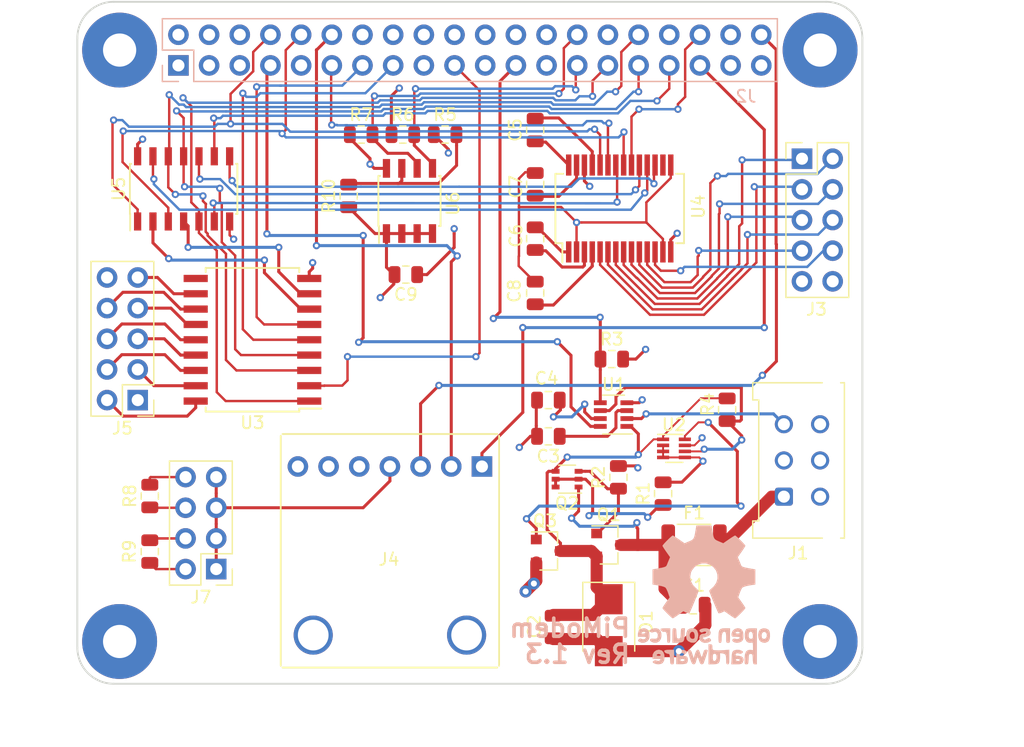
<source format=kicad_pcb>
(kicad_pcb (version 20171130) (host pcbnew 5.0.2-bee76a0~70~ubuntu18.04.1)
  (title_block (title PiModem) (date 2020-12-14) (rev 1.3) (comment 2 "License: GPLv2") (comment 3 "Brian Johnson") (comment 4 "Copyright (c) 2017-2020"))
  (layers (0 F.Cu signal) (1 In1.Cu signal hide) (2 In2.Cu signal hide) (31 B.Cu signal) (34 B.Paste user) (35 F.Paste user) (36 B.SilkS user) (37 F.SilkS user) (38 B.Mask user) (39 F.Mask user) (44 Edge.Cuts user))
  (net 0 "")
  (net 1 "Net-(C1-Pad1)")
  (net 2 "Net-(Q1-Pad1)")
  (net 3 "Net-(Q2-Pad2)")
  (net 4 "Net-(C2-Pad1)")
  (net 5 "Net-(J1-Pad3)")
  (net 6 "Net-(C3-Pad1)")
  (net 7 GND)
  (net 8 ~INT~)
  (net 9 "Net-(R4-Pad2)")
  (net 10 "Net-(C4-Pad1)")
  (net 11 ~KILL~)
  (net 12 "Net-(Q3-Pad1)")
  (net 13 +5V)
  (net 14 +3V3)
  (net 15 "Net-(J2-Pad3)")
  (net 16 "Net-(J2-Pad5)")
  (net 17 RTS)
  (net 18 BCLK)
  (net 19 "Net-(J2-Pad16)")
  (net 20 "Net-(J2-Pad18)")
  (net 21 "Net-(J2-Pad21)")
  (net 22 "Net-(J2-Pad22)")
  (net 23 "Net-(J2-Pad24)")
  (net 24 ID_SD)
  (net 25 ID_SC)
  (net 26 DSR)
  (net 27 DTR)
  (net 28 RI)
  (net 29 LRCLK)
  (net 30 CTS)
  (net 31 "Net-(J2-Pad37)")
  (net 32 "Net-(J2-Pad38)")
  (net 33 DIN)
  (net 34 "Net-(F1-Pad2)")
  (net 35 "Net-(J3-Pad1)")
  (net 36 "Net-(J3-Pad2)")
  (net 37 "Net-(J3-Pad3)")
  (net 38 "Net-(J3-Pad4)")
  (net 39 "Net-(J3-Pad6)")
  (net 40 "Net-(J3-Pad7)")
  (net 41 "Net-(J3-Pad8)")
  (net 42 "Net-(J3-Pad10)")
  (net 43 "Net-(J5-Pad9)")
  (net 44 "Net-(J5-Pad8)")
  (net 45 "Net-(J5-Pad7)")
  (net 46 "Net-(J5-Pad6)")
  (net 47 "Net-(J5-Pad5)")
  (net 48 "Net-(J5-Pad4)")
  (net 49 "Net-(J5-Pad3)")
  (net 50 "Net-(J5-Pad2)")
  (net 51 "Net-(J4-Pad4)")
  (net 52 "Net-(J4-Pad5)")
  (net 53 "Net-(C6-Pad1)")
  (net 54 "Net-(C6-Pad2)")
  (net 55 "Net-(C8-Pad2)")
  (net 56 "Net-(U4-Pad16)")
  (net 57 "Net-(C5-Pad2)")
  (net 58 "Net-(C7-Pad2)")
  (net 59 "Net-(C5-Pad1)")
  (net 60 "Net-(U3-Pad7)")
  (net 61 "Net-(U3-Pad8)")
  (net 62 "Net-(U3-Pad10)")
  (net 63 "Net-(J7-Pad6)")
  (net 64 "Net-(J7-Pad4)")
  (net 65 "Net-(J2-Pad1)")
  (net 66 "Net-(J2-Pad26)")
  (net 67 "Net-(J3-Pad5)")
  (net 68 "Net-(U4-Pad17)")
  (net 69 "Net-(U4-Pad18)")
  (net 70 "Net-(U4-Pad19)")
  (net 71 "Net-(U4-Pad22)")
  (net 72 SD)
  (net 73 RD)
  (net 74 ACT)
  (net 75 CD)
  (net 76 AA)
  (net 77 OH)
  (net 78 "Net-(R10-Pad1)")
  (module Package_SO:SOIC-14_3.9x8.7mm_P1.27mm (layer F.Cu) (at 31.8 36.5 90)
    (fp_text reference U5 (at 0 -5.375 90) (layer F.SilkS))
    (fp_text value 74LS04)
    (pad 1 smd rect (at -2.7 -3.81 90) (size 1.5 0.6) (layers F.Cu F.Paste F.Mask) (net 72 SD))
    (pad 2 smd rect (at -2.7 -2.54 90) (size 1.5 0.6) (layers F.Cu F.Paste F.Mask) (net 60 "Net-(U3-Pad7)"))
    (pad 3 smd rect (at -2.7 -1.27 90) (size 1.5 0.6) (layers F.Cu F.Paste F.Mask) (net 73 RD))
    (pad 4 smd rect (at -2.7 0 90) (size 1.5 0.6) (layers F.Cu F.Paste F.Mask) (net 61 "Net-(U3-Pad8)"))
    (pad 5 smd rect (at -2.7 1.27 90) (size 1.5 0.6) (layers F.Cu F.Paste F.Mask) (net 75 CD))
    (pad 6 smd rect (at -2.7 2.54 90) (size 1.5 0.6) (layers F.Cu F.Paste F.Mask) (net 71 "Net-(U4-Pad22)"))
    (pad 7 smd rect (at -2.7 3.81 90) (size 1.5 0.6) (layers F.Cu F.Paste F.Mask) (net 7 GND))
    (pad 8 smd rect (at 2.7 3.81 90) (size 1.5 0.6) (layers F.Cu F.Paste F.Mask) (net 68 "Net-(U4-Pad17)"))
    (pad 9 smd rect (at 2.7 2.54 90) (size 1.5 0.6) (layers F.Cu F.Paste F.Mask) (net 28 RI))
    (pad 10 smd rect (at 2.7 1.27 90) (size 1.5 0.6) (layers F.Cu F.Paste F.Mask) (net 70 "Net-(U4-Pad19)"))
    (pad 11 smd rect (at 2.7 0 90) (size 1.5 0.6) (layers F.Cu F.Paste F.Mask) (net 26 DSR))
    (pad 12 smd rect (at 2.7 -1.27 90) (size 1.5 0.6) (layers F.Cu F.Paste F.Mask) (net 27 DTR))
    (pad 13 smd rect (at 2.7 -2.54 90) (size 1.5 0.6) (layers F.Cu F.Paste F.Mask) (net 69 "Net-(U4-Pad18)"))
    (pad 14 smd rect (at 2.7 -3.81 90) (size 1.5 0.6) (layers F.Cu F.Paste F.Mask) (net 13 +5V))
  )
  (module Package_SO:SOIC-18W_7.5x11.6mm_P1.27mm (layer F.Cu) (at 37.5 49 180)
    (fp_text reference U3 (at 0 -6.875 180) (layer F.SilkS))
    (fp_text value ULN2803A)
    (pad 1 smd rect (at -4.7 -5.08 180) (size 2 0.6) (layers F.Cu F.Paste F.Mask) (net 75 CD))
    (pad 2 smd rect (at -4.7 -3.81 180) (size 2 0.6) (layers F.Cu F.Paste F.Mask) (net 74 ACT))
    (pad 3 smd rect (at -4.7 -2.54 180) (size 2 0.6) (layers F.Cu F.Paste F.Mask) (net 27 DTR))
    (pad 4 smd rect (at -4.7 -1.27 180) (size 2 0.6) (layers F.Cu F.Paste F.Mask) (net 26 DSR))
    (pad 5 smd rect (at -4.7 0 180) (size 2 0.6) (layers F.Cu F.Paste F.Mask) (net 77 OH))
    (pad 6 smd rect (at -4.7 1.27 180) (size 2 0.6) (layers F.Cu F.Paste F.Mask) (net 76 AA))
    (pad 7 smd rect (at -4.7 2.54 180) (size 2 0.6) (layers F.Cu F.Paste F.Mask) (net 60 "Net-(U3-Pad7)"))
    (pad 8 smd rect (at -4.7 3.81 180) (size 2 0.6) (layers F.Cu F.Paste F.Mask) (net 61 "Net-(U3-Pad8)"))
    (pad 9 smd rect (at -4.7 5.08 180) (size 2 0.6) (layers F.Cu F.Paste F.Mask) (net 7 GND))
    (pad 10 smd rect (at 4.7 5.08 180) (size 2 0.6) (layers F.Cu F.Paste F.Mask) (net 62 "Net-(U3-Pad10)"))
    (pad 11 smd rect (at 4.7 3.81 180) (size 2 0.6) (layers F.Cu F.Paste F.Mask) (net 43 "Net-(J5-Pad9)"))
    (pad 12 smd rect (at 4.7 2.54 180) (size 2 0.6) (layers F.Cu F.Paste F.Mask) (net 44 "Net-(J5-Pad8)"))
    (pad 13 smd rect (at 4.7 1.27 180) (size 2 0.6) (layers F.Cu F.Paste F.Mask) (net 45 "Net-(J5-Pad7)"))
    (pad 14 smd rect (at 4.7 0 180) (size 2 0.6) (layers F.Cu F.Paste F.Mask) (net 46 "Net-(J5-Pad6)"))
    (pad 15 smd rect (at 4.7 -1.27 180) (size 2 0.6) (layers F.Cu F.Paste F.Mask) (net 47 "Net-(J5-Pad5)"))
    (pad 16 smd rect (at 4.7 -2.54 180) (size 2 0.6) (layers F.Cu F.Paste F.Mask) (net 48 "Net-(J5-Pad4)"))
    (pad 17 smd rect (at 4.7 -3.81 180) (size 2 0.6) (layers F.Cu F.Paste F.Mask) (net 49 "Net-(J5-Pad3)"))
    (pad 18 smd rect (at 4.7 -5.08 180) (size 2 0.6) (layers F.Cu F.Paste F.Mask) (net 50 "Net-(J5-Pad2)"))
  )
  (module Package_SO:SOIC-8_3.9x4.9mm_P1.27mm (layer F.Cu) (at 50.5 37.5 90)
    (fp_text reference U6 (at -0.219 3.602 90) (layer F.SilkS))
    (fp_text value 24LC512)
    (pad 1 smd rect (at -2.7 -1.905 90) (size 1.55 0.6) (layers F.Cu F.Paste F.Mask) (net 7 GND))
    (pad 2 smd rect (at -2.7 -0.635 90) (size 1.55 0.6) (layers F.Cu F.Paste F.Mask) (net 7 GND))
    (pad 3 smd rect (at -2.7 0.635 90) (size 1.55 0.6) (layers F.Cu F.Paste F.Mask) (net 7 GND))
    (pad 4 smd rect (at -2.7 1.905 90) (size 1.55 0.6) (layers F.Cu F.Paste F.Mask) (net 7 GND))
    (pad 5 smd rect (at 2.7 1.905 90) (size 1.55 0.6) (layers F.Cu F.Paste F.Mask) (net 24 ID_SD))
    (pad 6 smd rect (at 2.7 0.635 90) (size 1.55 0.6) (layers F.Cu F.Paste F.Mask) (net 25 ID_SC))
    (pad 7 smd rect (at 2.7 -0.635 90) (size 1.55 0.6) (layers F.Cu F.Paste F.Mask) (net 78 "Net-(R10-Pad1)"))
    (pad 8 smd rect (at 2.7 -1.905 90) (size 1.55 0.6) (layers F.Cu F.Paste F.Mask) (net 14 +3V3))
  )
  (module Package_SO:SSOP-28_5.3x10.2mm_P0.65mm (layer F.Cu) (at 67.908396 38.124268 90)
    (fp_text reference U4 (at 0.151268 6.513604 90) (layer F.SilkS))
    (fp_text value MAX3237)
    (pad 1 smd rect (at -3.6 -4.225 90) (size 1.75 0.45) (layers F.Cu F.Paste F.Mask) (net 53 "Net-(C6-Pad1)"))
    (pad 2 smd rect (at -3.6 -3.575 90) (size 1.75 0.45) (layers F.Cu F.Paste F.Mask) (net 7 GND))
    (pad 3 smd rect (at -3.6 -2.925 90) (size 1.75 0.45) (layers F.Cu F.Paste F.Mask) (net 54 "Net-(C6-Pad2)"))
    (pad 4 smd rect (at -3.6 -2.275 90) (size 1.75 0.45) (layers F.Cu F.Paste F.Mask) (net 55 "Net-(C8-Pad2)"))
    (pad 5 smd rect (at -3.6 -1.625 90) (size 1.75 0.45) (layers F.Cu F.Paste F.Mask) (net 37 "Net-(J3-Pad3)"))
    (pad 6 smd rect (at -3.6 -0.975 90) (size 1.75 0.45) (layers F.Cu F.Paste F.Mask) (net 39 "Net-(J3-Pad6)"))
    (pad 7 smd rect (at -3.6 -0.325 90) (size 1.75 0.45) (layers F.Cu F.Paste F.Mask) (net 35 "Net-(J3-Pad1)"))
    (pad 8 smd rect (at -3.6 0.325 90) (size 1.75 0.45) (layers F.Cu F.Paste F.Mask) (net 67 "Net-(J3-Pad5)"))
    (pad 9 smd rect (at -3.6 0.975 90) (size 1.75 0.45) (layers F.Cu F.Paste F.Mask) (net 38 "Net-(J3-Pad4)"))
    (pad 10 smd rect (at -3.6 1.625 90) (size 1.75 0.45) (layers F.Cu F.Paste F.Mask) (net 36 "Net-(J3-Pad2)"))
    (pad 11 smd rect (at -3.6 2.275 90) (size 1.75 0.45) (layers F.Cu F.Paste F.Mask) (net 40 "Net-(J3-Pad7)"))
    (pad 12 smd rect (at -3.6 2.925 90) (size 1.75 0.45) (layers F.Cu F.Paste F.Mask) (net 41 "Net-(J3-Pad8)"))
    (pad 13 smd rect (at -3.6 3.575 90) (size 1.75 0.45) (layers F.Cu F.Paste F.Mask) (net 7 GND))
    (pad 14 smd rect (at -3.6 4.225 90) (size 1.75 0.45) (layers F.Cu F.Paste F.Mask) (net 14 +3V3))
    (pad 15 smd rect (at 3.6 4.225 90) (size 1.75 0.45) (layers F.Cu F.Paste F.Mask) (net 7 GND))
    (pad 16 smd rect (at 3.6 3.575 90) (size 1.75 0.45) (layers F.Cu F.Paste F.Mask) (net 56 "Net-(U4-Pad16)"))
    (pad 17 smd rect (at 3.6 2.925 90) (size 1.75 0.45) (layers F.Cu F.Paste F.Mask) (net 68 "Net-(U4-Pad17)"))
    (pad 18 smd rect (at 3.6 2.275 90) (size 1.75 0.45) (layers F.Cu F.Paste F.Mask) (net 69 "Net-(U4-Pad18)"))
    (pad 19 smd rect (at 3.6 1.625 90) (size 1.75 0.45) (layers F.Cu F.Paste F.Mask) (net 70 "Net-(U4-Pad19)"))
    (pad 20 smd rect (at 3.6 0.975 90) (size 1.75 0.45) (layers F.Cu F.Paste F.Mask) (net 30 CTS))
    (pad 21 smd rect (at 3.6 0.325 90) (size 1.75 0.45) (layers F.Cu F.Paste F.Mask) (net 73 RD))
    (pad 22 smd rect (at 3.6 -0.325 90) (size 1.75 0.45) (layers F.Cu F.Paste F.Mask) (net 71 "Net-(U4-Pad22)"))
    (pad 23 smd rect (at 3.6 -0.975 90) (size 1.75 0.45) (layers F.Cu F.Paste F.Mask) (net 17 RTS))
    (pad 24 smd rect (at 3.6 -1.625 90) (size 1.75 0.45) (layers F.Cu F.Paste F.Mask) (net 72 SD))
    (pad 25 smd rect (at 3.6 -2.275 90) (size 1.75 0.45) (layers F.Cu F.Paste F.Mask) (net 57 "Net-(C5-Pad2)"))
    (pad 26 smd rect (at 3.6 -2.925 90) (size 1.75 0.45) (layers F.Cu F.Paste F.Mask) (net 14 +3V3))
    (pad 27 smd rect (at 3.6 -3.575 90) (size 1.75 0.45) (layers F.Cu F.Paste F.Mask) (net 58 "Net-(C7-Pad2)"))
    (pad 28 smd rect (at 3.6 -4.225 90) (size 1.75 0.45) (layers F.Cu F.Paste F.Mask) (net 59 "Net-(C5-Pad1)"))
  )
  (module Package_TO_SOT_SMD:SC-70-8 (layer F.Cu) (at 72.4 58)
    (fp_text reference U2 (at 0 -1.95) (layer F.SilkS))
    (fp_text value LTC4360-1)
    (pad 1 smd rect (at -0.9 -0.75 270) (size 0.3 1) (layers F.Cu F.Paste F.Mask) (net 4 "Net-(C2-Pad1)"))
    (pad 2 smd rect (at -0.9 -0.25 270) (size 0.3 1) (layers F.Cu F.Paste F.Mask) (net 7 GND))
    (pad 3 smd rect (at -0.9 0.25 270) (size 0.3 1) (layers F.Cu F.Paste F.Mask) (net 7 GND))
    (pad 4 smd rect (at -0.9 0.75 270) (size 0.3 1) (layers F.Cu F.Paste F.Mask) (net 7 GND))
    (pad 5 smd rect (at 0.9 0.75 270) (size 0.3 1) (layers F.Cu F.Paste F.Mask) (net 7 GND))
    (pad 6 smd rect (at 0.9 0.25 270) (size 0.3 1) (layers F.Cu F.Paste F.Mask) (net 9 "Net-(R4-Pad2)"))
    (pad 7 smd rect (at 0.9 -0.25 270) (size 0.3 1) (layers F.Cu F.Paste F.Mask) (net 13 +5V))
    (pad 8 smd rect (at 0.9 -0.75 270) (size 0.3 1) (layers F.Cu F.Paste F.Mask) (net 12 "Net-(Q3-Pad1)"))
  )
  (module Package_TO_SOT_SMD:SOT-23 (layer F.Cu) (at 67 66)
    (fp_text reference Q1 (at 0 -2.5) (layer F.SilkS))
    (fp_text value DMG2305UX)
    (pad 3 smd rect (at 1 0) (size 0.9 0.8) (layers F.Cu F.Paste F.Mask) (net 1 "Net-(C1-Pad1)"))
    (pad 2 smd rect (at -1 0.95) (size 0.9 0.8) (layers F.Cu F.Paste F.Mask) (net 4 "Net-(C2-Pad1)"))
    (pad 1 smd rect (at -1 -0.95) (size 0.9 0.8) (layers F.Cu F.Paste F.Mask) (net 2 "Net-(Q1-Pad1)"))
  )
  (module Package_TO_SOT_SMD:SOT-23 (layer F.Cu) (at 62 66.5)
    (fp_text reference Q3 (at -0.278 -2.492) (layer F.SilkS))
    (fp_text value DMG3414U)
    (pad 1 smd rect (at -1 -0.95) (size 0.9 0.8) (layers F.Cu F.Paste F.Mask) (net 12 "Net-(Q3-Pad1)"))
    (pad 2 smd rect (at -1 0.95) (size 0.9 0.8) (layers F.Cu F.Paste F.Mask) (net 13 +5V))
    (pad 3 smd rect (at 1 0) (size 0.9 0.8) (layers F.Cu F.Paste F.Mask) (net 4 "Net-(C2-Pad1)"))
  )
  (module Package_TO_SOT_SMD:SOT-23-8 (layer F.Cu) (at 67.4 55.2 180)
    (fp_text reference U1 (at -0.037 2.495 180) (layer F.SilkS))
    (fp_text value LTC2951-2)
    (pad 1 smd rect (at -1.1 -0.98 180) (size 1.06 0.4) (layers F.Cu F.Paste F.Mask) (net 4 "Net-(C2-Pad1)"))
    (pad 2 smd rect (at -1.1 -0.33 180) (size 1.06 0.4) (layers F.Cu F.Paste F.Mask) (net 5 "Net-(J1-Pad3)"))
    (pad 3 smd rect (at -1.1 0.33 180) (size 1.06 0.4) (layers F.Cu F.Paste F.Mask) (net 6 "Net-(C3-Pad1)"))
    (pad 4 smd rect (at -1.1 0.98 180) (size 1.06 0.4) (layers F.Cu F.Paste F.Mask) (net 7 GND))
    (pad 5 smd rect (at 1.1 0.98 180) (size 1.06 0.4) (layers F.Cu F.Paste F.Mask) (net 8 ~INT~))
    (pad 6 smd rect (at 1.1 0.33 180) (size 1.06 0.4) (layers F.Cu F.Paste F.Mask) (net 9 "Net-(R4-Pad2)"))
    (pad 7 smd rect (at 1.1 -0.33 180) (size 1.06 0.4) (layers F.Cu F.Paste F.Mask) (net 10 "Net-(C4-Pad1)"))
    (pad 8 smd rect (at 1.1 -0.98 180) (size 1.06 0.4) (layers F.Cu F.Paste F.Mask) (net 11 ~KILL~))
  )
  (module Diode_SMD:D_SMB (layer F.Cu) (at 67 72.65 270)
    (fp_text reference D1 (at -0.26 -3.104 270) (layer F.SilkS))
    (fp_text value TVS)
    (pad 2 smd rect (at 2.15 0 270) (size 2.5 2.3) (layers F.Cu F.Paste F.Mask) (net 7 GND))
    (pad 1 smd rect (at -2.15 0 270) (size 2.5 2.3) (layers F.Cu F.Paste F.Mask) (net 4 "Net-(C2-Pad1)"))
  )
  (module Capacitor_SMD:C_0805_2012Metric (layer F.Cu) (at 74 71)
    (fp_text reference C1 (at 0 -1.65) (layer F.SilkS))
    (fp_text value 1uF)
    (pad 1 smd roundrect (at -0.9375 0) (size 0.975 1.4) (layers F.Cu F.Paste F.Mask) (net 1 "Net-(C1-Pad1)"))
    (pad 2 smd roundrect (at 0.9375 0) (size 0.975 1.4) (layers F.Cu F.Paste F.Mask) (net 7 GND))
  )
  (module Capacitor_SMD:C_0805_2012Metric (layer F.Cu) (at 62.4 72.8 270)
    (fp_text reference C2 (at -0.029 1.567 270) (layer F.SilkS))
    (fp_text value 47uf)
    (pad 2 smd roundrect (at 0.9375 0 270) (size 0.975 1.4) (layers F.Cu F.Paste F.Mask) (net 7 GND))
    (pad 1 smd roundrect (at -0.9375 0 270) (size 0.975 1.4) (layers F.Cu F.Paste F.Mask) (net 4 "Net-(C2-Pad1)"))
  )
  (module Capacitor_SMD:C_0805_2012Metric (layer F.Cu) (at 62 57 180)
    (fp_text reference C3 (at 0 -1.65 180) (layer F.SilkS))
    (fp_text value "10 uF")
    (pad 1 smd roundrect (at -0.9375 0 180) (size 0.975 1.4) (layers F.Cu F.Paste F.Mask) (net 6 "Net-(C3-Pad1)"))
    (pad 2 smd roundrect (at 0.9375 0 180) (size 0.975 1.4) (layers F.Cu F.Paste F.Mask) (net 7 GND))
  )
  (module Capacitor_SMD:C_0805_2012Metric (layer F.Cu) (at 62 54 180)
    (fp_text reference C4 (at 0.151 1.803 180) (layer F.SilkS))
    (fp_text value "0.033 uF")
    (pad 2 smd roundrect (at 0.9375 0 180) (size 0.975 1.4) (layers F.Cu F.Paste F.Mask) (net 7 GND))
    (pad 1 smd roundrect (at -0.9375 0 180) (size 0.975 1.4) (layers F.Cu F.Paste F.Mask) (net 10 "Net-(C4-Pad1)"))
  )
  (module Capacitor_SMD:C_0805_2012Metric (layer F.Cu) (at 60.908396 31.624268 90)
    (fp_text reference C5 (at 0 -1.65 90) (layer F.SilkS))
    (fp_text value 0.1uF)
    (pad 1 smd roundrect (at -0.9375 0 90) (size 0.975 1.4) (layers F.Cu F.Paste F.Mask) (net 59 "Net-(C5-Pad1)"))
    (pad 2 smd roundrect (at 0.9375 0 90) (size 0.975 1.4) (layers F.Cu F.Paste F.Mask) (net 57 "Net-(C5-Pad2)"))
  )
  (module Capacitor_SMD:C_0805_2012Metric (layer F.Cu) (at 60.908396 40.624268 270)
    (fp_text reference C6 (at -0.238268 1.599396 270) (layer F.SilkS))
    (fp_text value 0.1uF)
    (pad 2 smd roundrect (at 0.9375 0 270) (size 0.975 1.4) (layers F.Cu F.Paste F.Mask) (net 54 "Net-(C6-Pad2)"))
    (pad 1 smd roundrect (at -0.9375 0 270) (size 0.975 1.4) (layers F.Cu F.Paste F.Mask) (net 53 "Net-(C6-Pad1)"))
  )
  (module Capacitor_SMD:C_0805_2012Metric (layer F.Cu) (at 60.908396 36.124268 270)
    (fp_text reference C7 (at 0.197732 1.599396 270) (layer F.SilkS))
    (fp_text value 0.1uF)
    (pad 1 smd roundrect (at -0.9375 0 270) (size 0.975 1.4) (layers F.Cu F.Paste F.Mask) (net 7 GND))
    (pad 2 smd roundrect (at 0.9375 0 270) (size 0.975 1.4) (layers F.Cu F.Paste F.Mask) (net 58 "Net-(C7-Pad2)"))
  )
  (module Capacitor_SMD:C_0805_2012Metric (layer F.Cu) (at 60.908396 45.124268 270)
    (fp_text reference C8 (at -0.166268 1.726396 270) (layer F.SilkS))
    (fp_text value 0.1uF)
    (pad 2 smd roundrect (at 0.9375 0 270) (size 0.975 1.4) (layers F.Cu F.Paste F.Mask) (net 55 "Net-(C8-Pad2)"))
    (pad 1 smd roundrect (at -0.9375 0 270) (size 0.975 1.4) (layers F.Cu F.Paste F.Mask) (net 7 GND))
  )
  (module Capacitor_SMD:C_0805_2012Metric (layer F.Cu) (at 50.2 43.6 180)
    (fp_text reference C9 (at 0 -1.65 180) (layer F.SilkS))
    (fp_text value 0.1uF)
    (pad 1 smd roundrect (at -0.9375 0 180) (size 0.975 1.4) (layers F.Cu F.Paste F.Mask) (net 14 +3V3))
    (pad 2 smd roundrect (at 0.9375 0 180) (size 0.975 1.4) (layers F.Cu F.Paste F.Mask) (net 7 GND))
  )
  (module Resistor_SMD:R_1812_4532Metric (layer F.Cu) (at 74.06 66)
    (fp_text reference F1 (at 0 -2.65) (layer F.SilkS))
    (fp_text value MF-MSMF200)
    (pad 1 smd roundrect (at -2.1375 0) (size 1.125 3.4) (layers F.Cu F.Paste F.Mask) (roundrect_rratio 0.222222) (net 1 "Net-(C1-Pad1)"))
    (pad 2 smd roundrect (at 2.1375 0) (size 1.125 3.4) (layers F.Cu F.Paste F.Mask) (roundrect_rratio 0.222222) (net 34 "Net-(F1-Pad2)"))
  )
  (module Resistor_SMD:R_0805_2012Metric (layer F.Cu) (at 29 66.55 270)
    (fp_text reference R9 (at -0.002 1.695 270) (layer F.SilkS))
    (fp_text value 100k)
    (pad 1 smd roundrect (at -0.9375 0 270) (size 0.975 1.4) (layers F.Cu F.Paste F.Mask) (net 64 "Net-(J7-Pad4)"))
    (pad 2 smd roundrect (at 0.9375 0 270) (size 0.975 1.4) (layers F.Cu F.Paste F.Mask) (net 13 +5V))
  )
  (module Resistor_SMD:R_0805_2012Metric (layer F.Cu) (at 29 61.95 90)
    (fp_text reference R8 (at 0 -1.65 90) (layer F.SilkS))
    (fp_text value 100k)
    (pad 2 smd roundrect (at 0.9375 0 90) (size 0.975 1.4) (layers F.Cu F.Paste F.Mask) (net 7 GND))
    (pad 1 smd roundrect (at -0.9375 0 90) (size 0.975 1.4) (layers F.Cu F.Paste F.Mask) (net 63 "Net-(J7-Pad6)"))
  )
  (module Resistor_SMD:R_0805_2012Metric (layer F.Cu) (at 46.5 32)
    (fp_text reference R7 (at 0 -1.65) (layer F.SilkS))
    (fp_text value "3.9k(1%)")
    (pad 1 smd roundrect (at -0.9375 0) (size 0.975 1.4) (layers F.Cu F.Paste F.Mask) (net 14 +3V3))
    (pad 2 smd roundrect (at 0.9375 0) (size 0.975 1.4) (layers F.Cu F.Paste F.Mask) (net 25 ID_SC))
  )
  (module Resistor_SMD:R_0805_2012Metric (layer F.Cu) (at 53.45 32)
    (fp_text reference R5 (at 0 -1.65) (layer F.SilkS))
    (fp_text value "1k(1%)")
    (pad 2 smd roundrect (at 0.9375 0) (size 0.975 1.4) (layers F.Cu F.Paste F.Mask) (net 78 "Net-(R10-Pad1)"))
    (pad 1 smd roundrect (at -0.9375 0) (size 0.975 1.4) (layers F.Cu F.Paste F.Mask) (net 14 +3V3))
  )
  (module Resistor_SMD:R_0805_2012Metric (layer F.Cu) (at 76.8 54.8 270)
    (fp_text reference R4 (at -0.444 1.616 270) (layer F.SilkS))
    (fp_text value "10k(1%)")
    (pad 1 smd roundrect (at -0.9375 0 270) (size 0.975 1.4) (layers F.Cu F.Paste F.Mask) (net 4 "Net-(C2-Pad1)"))
    (pad 2 smd roundrect (at 0.9375 0 270) (size 0.975 1.4) (layers F.Cu F.Paste F.Mask) (net 9 "Net-(R4-Pad2)"))
  )
  (module Resistor_SMD:R_0805_2012Metric (layer F.Cu) (at 67.25 50.6)
    (fp_text reference R3 (at 0 -1.65) (layer F.SilkS))
    (fp_text value "10k(1%)")
    (pad 2 smd roundrect (at 0.9375 0) (size 0.975 1.4) (layers F.Cu F.Paste F.Mask) (net 14 +3V3))
    (pad 1 smd roundrect (at -0.9375 0) (size 0.975 1.4) (layers F.Cu F.Paste F.Mask) (net 8 ~INT~))
  )
  (module Resistor_SMD:R_0805_2012Metric (layer F.Cu) (at 67.8 60.4 90)
    (fp_text reference R2 (at 0 -1.65 90) (layer F.SilkS))
    (fp_text value "47k(1%)")
    (pad 1 smd roundrect (at -0.9375 0 90) (size 0.975 1.4) (layers F.Cu F.Paste F.Mask) (net 2 "Net-(Q1-Pad1)"))
    (pad 2 smd roundrect (at 0.9375 0 90) (size 0.975 1.4) (layers F.Cu F.Paste F.Mask) (net 7 GND))
  )
  (module Resistor_SMD:R_0805_2012Metric (layer F.Cu) (at 71.5 61.75 90)
    (fp_text reference R1 (at 0 -1.65 90) (layer F.SilkS))
    (fp_text value "10k(1%)")
    (pad 2 smd roundrect (at 0.9375 0 90) (size 0.975 1.4) (layers F.Cu F.Paste F.Mask) (net 7 GND))
    (pad 1 smd roundrect (at -0.9375 0 90) (size 0.975 1.4) (layers F.Cu F.Paste F.Mask) (net 3 "Net-(Q2-Pad2)"))
  )
  (module Resistor_SMD:R_0805_2012Metric (layer F.Cu) (at 49.95 32)
    (fp_text reference R6 (at 0 -1.65) (layer F.SilkS))
    (fp_text value "3.9k(1%)")
    (pad 1 smd roundrect (at -0.9375 0) (size 0.975 1.4) (layers F.Cu F.Paste F.Mask) (net 14 +3V3))
    (pad 2 smd roundrect (at 0.9375 0) (size 0.975 1.4) (layers F.Cu F.Paste F.Mask) (net 24 ID_SD))
  )
  (module Connector_Molex:Molex_Micro-Fit_3.0_43045-0612_2x03_P3.00mm_Vertical (layer F.Cu) (at 81.5 62 90)
    (fp_text reference J1 (at -4.675 1.177 180) (layer F.SilkS))
    (fp_text value PWR_HEADER)
    (pad "" np_thru_hole circle (at -3 3.94 90) (size 1 1) (drill 1) (layers *.Cu *.Mask))
    (pad "" np_thru_hole circle (at 9 3.94 90) (size 1 1) (drill 1) (layers *.Cu *.Mask))
    (pad 1 thru_hole roundrect (at 0 0 90) (size 1.5 1.5) (drill 1) (layers *.Cu *.Mask) (roundrect_rratio 0.166667) (net 34 "Net-(F1-Pad2)"))
    (pad 2 thru_hole circle (at 3 0 90) (size 1.5 1.5) (drill 1) (layers *.Cu *.Mask) (net 7 GND))
    (pad 3 thru_hole circle (at 6 0 90) (size 1.5 1.5) (drill 1) (layers *.Cu *.Mask) (net 5 "Net-(J1-Pad3)"))
    (pad 4 thru_hole circle (at 0 3 90) (size 1.5 1.5) (drill 1) (layers *.Cu *.Mask) (net 7 GND))
    (pad 5 thru_hole circle (at 3 3 90) (size 1.5 1.5) (drill 1) (layers *.Cu *.Mask) (net 13 +5V))
    (pad 6 thru_hole circle (at 6 3 90) (size 1.5 1.5) (drill 1) (layers *.Cu *.Mask) (net 7 GND))
  )
  (module Connector_PinHeader_2.54mm:PinHeader_2x04_P2.54mm_Vertical (layer F.Cu) (at 34.5 68 180)
    (fp_text reference J7 (at 1.27 -2.33 180) (layer F.SilkS))
    (fp_text value GAIN)
    (pad 1 thru_hole rect (at 0 0 180) (size 1.7 1.7) (drill 1) (layers *.Cu *.Mask) (net 51 "Net-(J4-Pad4)"))
    (pad 2 thru_hole oval (at 2.54 0 180) (size 1.7 1.7) (drill 1) (layers *.Cu *.Mask) (net 13 +5V))
    (pad 3 thru_hole oval (at 0 2.54 180) (size 1.7 1.7) (drill 1) (layers *.Cu *.Mask) (net 51 "Net-(J4-Pad4)"))
    (pad 4 thru_hole oval (at 2.54 2.54 180) (size 1.7 1.7) (drill 1) (layers *.Cu *.Mask) (net 64 "Net-(J7-Pad4)"))
    (pad 5 thru_hole oval (at 0 5.08 180) (size 1.7 1.7) (drill 1) (layers *.Cu *.Mask) (net 51 "Net-(J4-Pad4)"))
    (pad 6 thru_hole oval (at 2.54 5.08 180) (size 1.7 1.7) (drill 1) (layers *.Cu *.Mask) (net 63 "Net-(J7-Pad6)"))
    (pad 7 thru_hole oval (at 0 7.62 180) (size 1.7 1.7) (drill 1) (layers *.Cu *.Mask) (net 51 "Net-(J4-Pad4)"))
    (pad 8 thru_hole oval (at 2.54 7.62 180) (size 1.7 1.7) (drill 1) (layers *.Cu *.Mask) (net 7 GND))
  )
  (module Connector_PinHeader_2.54mm:PinHeader_2x05_P2.54mm_Vertical (layer F.Cu) (at 83 34)
    (fp_text reference J3 (at 1.201 12.482) (layer F.SilkS))
    (fp_text value SERIAL)
    (pad 10 thru_hole oval (at 2.54 10.16) (size 1.7 1.7) (drill 1) (layers *.Cu *.Mask) (net 42 "Net-(J3-Pad10)"))
    (pad 9 thru_hole oval (at 0 10.16) (size 1.7 1.7) (drill 1) (layers *.Cu *.Mask) (net 7 GND))
    (pad 8 thru_hole oval (at 2.54 7.62) (size 1.7 1.7) (drill 1) (layers *.Cu *.Mask) (net 41 "Net-(J3-Pad8)"))
    (pad 7 thru_hole oval (at 0 7.62) (size 1.7 1.7) (drill 1) (layers *.Cu *.Mask) (net 40 "Net-(J3-Pad7)"))
    (pad 6 thru_hole oval (at 2.54 5.08) (size 1.7 1.7) (drill 1) (layers *.Cu *.Mask) (net 39 "Net-(J3-Pad6)"))
    (pad 5 thru_hole oval (at 0 5.08) (size 1.7 1.7) (drill 1) (layers *.Cu *.Mask) (net 67 "Net-(J3-Pad5)"))
    (pad 4 thru_hole oval (at 2.54 2.54) (size 1.7 1.7) (drill 1) (layers *.Cu *.Mask) (net 38 "Net-(J3-Pad4)"))
    (pad 3 thru_hole oval (at 0 2.54) (size 1.7 1.7) (drill 1) (layers *.Cu *.Mask) (net 37 "Net-(J3-Pad3)"))
    (pad 2 thru_hole oval (at 2.54 0) (size 1.7 1.7) (drill 1) (layers *.Cu *.Mask) (net 36 "Net-(J3-Pad2)"))
    (pad 1 thru_hole rect (at 0 0) (size 1.7 1.7) (drill 1) (layers *.Cu *.Mask) (net 35 "Net-(J3-Pad1)"))
  )
  (module Connector_PinHeader_2.54mm:PinHeader_2x05_P2.54mm_Vertical (layer F.Cu) (at 28 54 180)
    (fp_text reference J5 (at 1.27 -2.33 180) (layer F.SilkS))
    (fp_text value LED_PANEL)
    (pad 1 thru_hole rect (at 0 0 180) (size 1.7 1.7) (drill 1) (layers *.Cu *.Mask) (net 7 GND))
    (pad 2 thru_hole oval (at 2.54 0 180) (size 1.7 1.7) (drill 1) (layers *.Cu *.Mask) (net 50 "Net-(J5-Pad2)"))
    (pad 3 thru_hole oval (at 0 2.54 180) (size 1.7 1.7) (drill 1) (layers *.Cu *.Mask) (net 49 "Net-(J5-Pad3)"))
    (pad 4 thru_hole oval (at 2.54 2.54 180) (size 1.7 1.7) (drill 1) (layers *.Cu *.Mask) (net 48 "Net-(J5-Pad4)"))
    (pad 5 thru_hole oval (at 0 5.08 180) (size 1.7 1.7) (drill 1) (layers *.Cu *.Mask) (net 47 "Net-(J5-Pad5)"))
    (pad 6 thru_hole oval (at 2.54 5.08 180) (size 1.7 1.7) (drill 1) (layers *.Cu *.Mask) (net 46 "Net-(J5-Pad6)"))
    (pad 7 thru_hole oval (at 0 7.62 180) (size 1.7 1.7) (drill 1) (layers *.Cu *.Mask) (net 45 "Net-(J5-Pad7)"))
    (pad 8 thru_hole oval (at 2.54 7.62 180) (size 1.7 1.7) (drill 1) (layers *.Cu *.Mask) (net 44 "Net-(J5-Pad8)"))
    (pad 9 thru_hole oval (at 0 10.16 180) (size 1.7 1.7) (drill 1) (layers *.Cu *.Mask) (net 43 "Net-(J5-Pad9)"))
    (pad 10 thru_hole oval (at 2.54 10.16 180) (size 1.7 1.7) (drill 1) (layers *.Cu *.Mask) (net 13 +5V))
  )
  (module Connector_PinSocket_2.54mm:PinSocket_2x20_P2.54mm_Vertical (layer B.Cu) (at 31.37 26.27 270)
    (fp_text reference J2 (at 2.559 -46.989) (layer B.SilkS) (effects (justify mirror)))
    (fp_text value PI_HEADER)
    (pad 1 thru_hole rect (at 0 0 270) (size 1.7 1.7) (drill 1) (layers *.Cu *.Mask) (net 65 "Net-(J2-Pad1)"))
    (pad 2 thru_hole oval (at -2.54 0 270) (size 1.7 1.7) (drill 1) (layers *.Cu *.Mask) (net 13 +5V))
    (pad 3 thru_hole oval (at 0 -2.54 270) (size 1.7 1.7) (drill 1) (layers *.Cu *.Mask) (net 15 "Net-(J2-Pad3)"))
    (pad 4 thru_hole oval (at -2.54 -2.54 270) (size 1.7 1.7) (drill 1) (layers *.Cu *.Mask) (net 13 +5V))
    (pad 5 thru_hole oval (at 0 -5.08 270) (size 1.7 1.7) (drill 1) (layers *.Cu *.Mask) (net 16 "Net-(J2-Pad5)"))
    (pad 6 thru_hole oval (at -2.54 -5.08 270) (size 1.7 1.7) (drill 1) (layers *.Cu *.Mask) (net 7 GND))
    (pad 7 thru_hole oval (at 0 -7.62 270) (size 1.7 1.7) (drill 1) (layers *.Cu *.Mask) (net 11 ~KILL~))
    (pad 8 thru_hole oval (at -2.54 -7.62 270) (size 1.7 1.7) (drill 1) (layers *.Cu *.Mask) (net 72 SD))
    (pad 9 thru_hole oval (at 0 -10.16 270) (size 1.7 1.7) (drill 1) (layers *.Cu *.Mask) (net 7 GND))
    (pad 10 thru_hole oval (at -2.54 -10.16 270) (size 1.7 1.7) (drill 1) (layers *.Cu *.Mask) (net 73 RD))
    (pad 11 thru_hole oval (at 0 -12.7 270) (size 1.7 1.7) (drill 1) (layers *.Cu *.Mask) (net 17 RTS))
    (pad 12 thru_hole oval (at -2.54 -12.7 270) (size 1.7 1.7) (drill 1) (layers *.Cu *.Mask) (net 18 BCLK))
    (pad 13 thru_hole oval (at 0 -15.24 270) (size 1.7 1.7) (drill 1) (layers *.Cu *.Mask) (net 76 AA))
    (pad 14 thru_hole oval (at -2.54 -15.24 270) (size 1.7 1.7) (drill 1) (layers *.Cu *.Mask) (net 7 GND))
    (pad 15 thru_hole oval (at 0 -17.78 270) (size 1.7 1.7) (drill 1) (layers *.Cu *.Mask) (net 77 OH))
    (pad 16 thru_hole oval (at -2.54 -17.78 270) (size 1.7 1.7) (drill 1) (layers *.Cu *.Mask) (net 19 "Net-(J2-Pad16)"))
    (pad 17 thru_hole oval (at 0 -20.32 270) (size 1.7 1.7) (drill 1) (layers *.Cu *.Mask) (net 14 +3V3))
    (pad 18 thru_hole oval (at -2.54 -20.32 270) (size 1.7 1.7) (drill 1) (layers *.Cu *.Mask) (net 20 "Net-(J2-Pad18)"))
    (pad 19 thru_hole oval (at 0 -22.86 270) (size 1.7 1.7) (drill 1) (layers *.Cu *.Mask) (net 74 ACT))
    (pad 20 thru_hole oval (at -2.54 -22.86 270) (size 1.7 1.7) (drill 1) (layers *.Cu *.Mask) (net 7 GND))
    (pad 21 thru_hole oval (at 0 -25.4 270) (size 1.7 1.7) (drill 1) (layers *.Cu *.Mask) (net 21 "Net-(J2-Pad21)"))
    (pad 22 thru_hole oval (at -2.54 -25.4 270) (size 1.7 1.7) (drill 1) (layers *.Cu *.Mask) (net 22 "Net-(J2-Pad22)"))
    (pad 23 thru_hole oval (at 0 -27.94 270) (size 1.7 1.7) (drill 1) (layers *.Cu *.Mask) (net 8 ~INT~))
    (pad 24 thru_hole oval (at -2.54 -27.94 270) (size 1.7 1.7) (drill 1) (layers *.Cu *.Mask) (net 23 "Net-(J2-Pad24)"))
    (pad 25 thru_hole oval (at 0 -30.48 270) (size 1.7 1.7) (drill 1) (layers *.Cu *.Mask) (net 7 GND))
    (pad 26 thru_hole oval (at -2.54 -30.48 270) (size 1.7 1.7) (drill 1) (layers *.Cu *.Mask) (net 66 "Net-(J2-Pad26)"))
    (pad 27 thru_hole oval (at 0 -33.02 270) (size 1.7 1.7) (drill 1) (layers *.Cu *.Mask) (net 24 ID_SD))
    (pad 28 thru_hole oval (at -2.54 -33.02 270) (size 1.7 1.7) (drill 1) (layers *.Cu *.Mask) (net 25 ID_SC))
    (pad 29 thru_hole oval (at 0 -35.56 270) (size 1.7 1.7) (drill 1) (layers *.Cu *.Mask) (net 75 CD))
    (pad 30 thru_hole oval (at -2.54 -35.56 270) (size 1.7 1.7) (drill 1) (layers *.Cu *.Mask) (net 7 GND))
    (pad 31 thru_hole oval (at 0 -38.1 270) (size 1.7 1.7) (drill 1) (layers *.Cu *.Mask) (net 26 DSR))
    (pad 32 thru_hole oval (at -2.54 -38.1 270) (size 1.7 1.7) (drill 1) (layers *.Cu *.Mask) (net 27 DTR))
    (pad 33 thru_hole oval (at 0 -40.64 270) (size 1.7 1.7) (drill 1) (layers *.Cu *.Mask) (net 28 RI))
    (pad 34 thru_hole oval (at -2.54 -40.64 270) (size 1.7 1.7) (drill 1) (layers *.Cu *.Mask) (net 7 GND))
    (pad 35 thru_hole oval (at 0 -43.18 270) (size 1.7 1.7) (drill 1) (layers *.Cu *.Mask) (net 29 LRCLK))
    (pad 36 thru_hole oval (at -2.54 -43.18 270) (size 1.7 1.7) (drill 1) (layers *.Cu *.Mask) (net 30 CTS))
    (pad 37 thru_hole oval (at 0 -45.72 270) (size 1.7 1.7) (drill 1) (layers *.Cu *.Mask) (net 31 "Net-(J2-Pad37)"))
    (pad 38 thru_hole oval (at -2.54 -45.72 270) (size 1.7 1.7) (drill 1) (layers *.Cu *.Mask) (net 32 "Net-(J2-Pad38)"))
    (pad 39 thru_hole oval (at 0 -48.26 270) (size 1.7 1.7) (drill 1) (layers *.Cu *.Mask) (net 7 GND))
    (pad 40 thru_hole oval (at -2.54 -48.26 270) (size 1.7 1.7) (drill 1) (layers *.Cu *.Mask) (net 33 DIN))
  )
  (module Resistor_SMD:R_0805_2012Metric (layer F.Cu) (at 45.466 37.084 270)
    (fp_text reference R10 (at 0 1.651 90) (layer F.SilkS))
    (fp_text value 0Ohm)
    (pad 1 smd roundrect (at -0.9375 0 270) (size 0.975 1.4) (layers F.Cu F.Paste F.Mask) (net 78 "Net-(R10-Pad1)"))
    (pad 2 smd roundrect (at 0.9375 0 270) (size 0.975 1.4) (layers F.Cu F.Paste F.Mask) (net 7 GND))
  )
  (module Package_TO_SOT_SMD:SOT-363_SC-70-6 (layer F.Cu) (at 63.55 60.55 180)
    (fp_text reference Q2 (at 0 -2 180) (layer F.SilkS))
    (fp_text value BC857BS)
    (pad 1 smd rect (at -0.95 -0.65 180) (size 0.65 0.4) (layers F.Cu F.Paste F.Mask) (net 1 "Net-(C1-Pad1)"))
    (pad 3 smd rect (at -0.95 0.65 180) (size 0.65 0.4) (layers F.Cu F.Paste F.Mask) (net 2 "Net-(Q1-Pad1)"))
    (pad 5 smd rect (at 0.95 0 180) (size 0.65 0.4) (layers F.Cu F.Paste F.Mask) (net 3 "Net-(Q2-Pad2)"))
    (pad 2 smd rect (at -0.95 0 180) (size 0.65 0.4) (layers F.Cu F.Paste F.Mask) (net 3 "Net-(Q2-Pad2)"))
    (pad 4 smd rect (at 0.95 0.65 180) (size 0.65 0.4) (layers F.Cu F.Paste F.Mask) (net 4 "Net-(C2-Pad1)"))
    (pad 6 smd rect (at 0.95 -0.65 180) (size 0.65 0.4) (layers F.Cu F.Paste F.Mask) (net 3 "Net-(Q2-Pad2)"))
  )
  (module adafruit:MAX98357_I2S_DAC (layer F.Cu) (at 56.5 59.5 270)
    (fp_text reference J4 (at 7.7 7.7) (layer F.SilkS))
    (fp_text value AUDIO_HEADER)
    (pad "" np_thru_hole circle (at 13.97 13.97 270) (size 3.24 3.24) (drill 2.54) (layers *.Cu *.Mask))
    (pad "" np_thru_hole circle (at 13.97 1.27 270) (size 3.24 3.24) (drill 2.54) (layers *.Cu *.Mask))
    (pad 7 thru_hole oval (at 0 15.24 270) (size 1.7 1.7) (drill 1) (layers *.Cu *.Mask) (net 13 +5V))
    (pad 6 thru_hole oval (at 0 12.7 270) (size 1.7 1.7) (drill 1) (layers *.Cu *.Mask) (net 7 GND))
    (pad 5 thru_hole oval (at 0 10.16 270) (size 1.7 1.7) (drill 1) (layers *.Cu *.Mask) (net 52 "Net-(J4-Pad5)"))
    (pad 4 thru_hole oval (at 0 7.62 270) (size 1.7 1.7) (drill 1) (layers *.Cu *.Mask) (net 51 "Net-(J4-Pad4)"))
    (pad 3 thru_hole oval (at 0 5.08 270) (size 1.7 1.7) (drill 1) (layers *.Cu *.Mask) (net 33 DIN))
    (pad 2 thru_hole oval (at 0 2.54 270) (size 1.7 1.7) (drill 1) (layers *.Cu *.Mask) (net 18 BCLK))
    (pad 1 thru_hole rect (at 0 0 270) (size 1.7 1.7) (drill 1) (layers *.Cu *.Mask) (net 29 LRCLK))
  )
  (module Mounting_Holes:MountingHole_2.7mm_Pad (layer F.Cu) (at 84.5 25)
    (fp_text reference REF** hide)
    (fp_text value MountingHole_2.7mm_Pad hide)
    (pad "" np_thru_hole circle (at 0 0) (size 6.2 6.2) (drill 2.75) (layers *.Cu *.Mask))
  )
  (module Mounting_Holes:MountingHole_2.7mm_Pad (layer F.Cu) (at 84.5 74)
    (fp_text reference REF** hide)
    (fp_text value MountingHole_2.7mm_Pad hide)
    (pad "" np_thru_hole circle (at 0 0) (size 6.2 6.2) (drill 2.75) (layers *.Cu *.Mask))
  )
  (module Mounting_Holes:MountingHole_2.7mm_Pad (layer F.Cu) (at 26.5 74)
    (fp_text reference REF** hide)
    (fp_text value MountingHole_2.7mm_Pad hide)
    (pad "" np_thru_hole circle (at 0 0) (size 6.2 6.2) (drill 2.75) (layers *.Cu *.Mask))
  )
  (module Mounting_Holes:MountingHole_2.7mm_Pad (layer F.Cu) (at 26.5 25)
    (fp_text reference REF** hide)
    (fp_text value MountingHole_2.7mm_Pad hide)
    (pad "" np_thru_hole circle (at 0 0) (size 6.2 6.2) (drill 2.75) (layers *.Cu *.Mask))
  )
  (module piHAT:oshw_logo (layer B.Cu) (at 74.88 70.11 180)
    (fp_text reference G*** hide)
    (fp_text value LOGO hide)
  )
  (gr_text PiModem (at 63.768 72.886) (layer B.SilkS) (effects (font (size 1.5 1.5) (thickness 0.3)) (justify mirror)))
  (gr_text "Rev 1.3" (at 64.403 75.045) (layer B.SilkS) (effects (font (size 1.5 1.5) (thickness 0.3)) (justify mirror)))
  (gr_line (start 23 74.5) (end 23 24) (layer Edge.Cuts) (width 0.15))
  (gr_line (start 88 24) (end 88 74.5) (layer Edge.Cuts) (width 0.15))
  (gr_line (start 26 77.5) (end 85 77.5) (layer Edge.Cuts) (width 0.15))
  (gr_line (start 26 21) (end 85 21) (layer Edge.Cuts) (width 0.15))
  (gr_arc (start 85 74.5) (end 85 77.5) (angle -90) (layer Edge.Cuts) (width 0.15))
  (gr_arc (start 26 24) (end 26 21) (angle -90) (layer Edge.Cuts) (width 0.15))
  (gr_arc (start 26 74.5) (end 23 74.5) (angle -90) (layer Edge.Cuts) (width 0.15))
  (gr_arc (start 85 24) (end 88 24) (angle -90) (layer Edge.Cuts) (width 0.15))
  (segment (start 69.031033 64.453445) (end 69.331032 64.153446) (width 0.25) (layer B.Cu) (net 1))
  (segment (start 64.589223 64.453445) (end 69.031033 64.453445) (width 0.25) (layer B.Cu) (net 1))
  (segment (start 63.921593 63.785815) (end 64.589223 64.453445) (width 0.25) (layer B.Cu) (net 1))
  (segment (start 68 66) (end 69.4 66) (width 1) (layer F.Cu) (net 1))
  (segment (start 69.4 66) (end 71.62 66) (width 1) (layer F.Cu) (net 1))
  (segment (start 69.331032 64.153446) (end 69.331032 64.57771) (width 0.25) (layer F.Cu) (net 1))
  (segment (start 69.331032 64.57771) (end 69.4 64.646678) (width 0.25) (layer F.Cu) (net 1))
  (segment (start 69.4 64.646678) (end 69.4 66) (width 0.25) (layer F.Cu) (net 1))
  (via (at 69.331032 64.153446) (size 0.6) (drill 0.3) (layers F.Cu B.Cu) (net 1))
  (segment (start 64.5 61.2) (end 64.5 63.207408) (width 0.25) (layer F.Cu) (net 1))
  (segment (start 64.5 63.207408) (end 63.921593 63.785815) (width 0.25) (layer F.Cu) (net 1))
  (via (at 63.921593 63.785815) (size 0.6) (drill 0.3) (layers F.Cu B.Cu) (net 1))
  (segment (start 71.62 66) (end 71.62 69.62) (width 1) (layer F.Cu) (net 1))
  (segment (start 71.62 69.62) (end 73 71) (width 1) (layer F.Cu) (net 1))
  (segment (start 67.8 61.35) (end 67.8 63.3) (width 0.25) (layer F.Cu) (net 2))
  (segment (start 67.8 63.3) (end 66.05 65.05) (width 0.25) (layer F.Cu) (net 2))
  (segment (start 66.05 65.05) (end 66 65.05) (width 0.25) (layer F.Cu) (net 2))
  (segment (start 67.8 61.35) (end 66.9 61.35) (width 0.25) (layer F.Cu) (net 2))
  (segment (start 66.9 61.35) (end 65.45 59.9) (width 0.25) (layer F.Cu) (net 2))
  (segment (start 65.45 59.9) (end 65.075 59.9) (width 0.25) (layer F.Cu) (net 2))
  (segment (start 65.075 59.9) (end 64.5 59.9) (width 0.25) (layer F.Cu) (net 2))
  (segment (start 65.365861 63.575739) (end 65.66586 63.27574) (width 0.25) (layer F.Cu) (net 3))
  (segment (start 65.66586 63.27574) (end 65.66586 61.14086) (width 0.25) (layer F.Cu) (net 3))
  (segment (start 65.66586 61.14086) (end 65.075 60.55) (width 0.25) (layer F.Cu) (net 3))
  (segment (start 65.075 60.55) (end 64.5 60.55) (width 0.25) (layer F.Cu) (net 3))
  (segment (start 65.534563 63.407037) (end 65.365861 63.575739) (width 0.25) (layer B.Cu) (net 3))
  (segment (start 70.223852 63.707036) (end 69.923853 63.407037) (width 0.25) (layer B.Cu) (net 3))
  (segment (start 69.923853 63.407037) (end 65.534563 63.407037) (width 0.25) (layer B.Cu) (net 3))
  (via (at 65.365861 63.575739) (size 0.6) (drill 0.3) (layers F.Cu B.Cu) (net 3))
  (segment (start 71.5 62.7) (end 71.230888 62.7) (width 0.25) (layer F.Cu) (net 3))
  (segment (start 71.230888 62.7) (end 70.223852 63.707036) (width 0.25) (layer F.Cu) (net 3))
  (via (at 70.223852 63.707036) (size 0.6) (drill 0.3) (layers F.Cu B.Cu) (net 3))
  (segment (start 62.6 61.2) (end 62.6 60.55) (width 0.25) (layer F.Cu) (net 3))
  (segment (start 62.6 60.55) (end 64.5 60.55) (width 0.25) (layer F.Cu) (net 3))
  (segment (start 71.5 57.25) (end 71.5 56.97) (width 0.16) (layer F.Cu) (net 4))
  (segment (start 71.5 56.97) (end 74.62 53.85) (width 0.16) (layer F.Cu) (net 4))
  (segment (start 74.62 53.85) (end 76.02 53.85) (width 0.16) (layer F.Cu) (net 4))
  (segment (start 76.02 53.85) (end 76.8 53.85) (width 0.16) (layer F.Cu) (net 4))
  (segment (start 71.5 57.25) (end 70.716493 57.25) (width 0.16) (layer F.Cu) (net 4))
  (segment (start 70.716493 57.25) (end 69.448553 58.51794) (width 0.16) (layer F.Cu) (net 4))
  (segment (start 69.448553 58.51794) (end 69.448553 56.798553) (width 0.25) (layer F.Cu) (net 4))
  (segment (start 69.448553 56.798553) (end 68.83 56.18) (width 0.25) (layer F.Cu) (net 4))
  (segment (start 68.83 56.18) (end 68.5 56.18) (width 0.25) (layer F.Cu) (net 4))
  (segment (start 63.562003 58.722689) (end 69.243804 58.722689) (width 0.25) (layer B.Cu) (net 4))
  (segment (start 69.243804 58.722689) (end 69.448553 58.51794) (width 0.25) (layer B.Cu) (net 4))
  (via (at 69.448553 58.51794) (size 0.6) (drill 0.3) (layers F.Cu B.Cu) (net 4))
  (segment (start 62.6 59.9) (end 62.6 59.684692) (width 0.25) (layer F.Cu) (net 4))
  (segment (start 62.6 59.684692) (end 63.562003 58.722689) (width 0.25) (layer F.Cu) (net 4))
  (via (at 63.562003 58.722689) (size 0.6) (drill 0.3) (layers F.Cu B.Cu) (net 4))
  (segment (start 62.6 59.9) (end 62.025 59.9) (width 0.25) (layer F.Cu) (net 4))
  (segment (start 62.025 59.9) (end 61.899999 60.025001) (width 0.25) (layer F.Cu) (net 4))
  (segment (start 61.899999 60.025001) (end 61.899999 64.749999) (width 0.25) (layer F.Cu) (net 4))
  (segment (start 61.899999 64.749999) (end 63 65.85) (width 0.25) (layer F.Cu) (net 4))
  (segment (start 63 65.85) (end 63 66.5) (width 0.25) (layer F.Cu) (net 4))
  (segment (start 63 66.5) (end 65.55 66.5) (width 1) (layer F.Cu) (net 4))
  (segment (start 66 66.95) (end 66 69.5) (width 1) (layer F.Cu) (net 4))
  (segment (start 66 69.5) (end 67 70.5) (width 1) (layer F.Cu) (net 4))
  (segment (start 62.4 71.8) (end 65.7 71.8) (width 1) (layer F.Cu) (net 4))
  (segment (start 65.7 71.8) (end 67 70.5) (width 1) (layer F.Cu) (net 4))
  (segment (start 65.55 66.5) (end 66 66.95) (width 1) (layer F.Cu) (net 4))
  (segment (start 70.0935 55.14105) (end 80.64105 55.14105) (width 0.25) (layer B.Cu) (net 5))
  (segment (start 80.64105 55.14105) (end 81.5 56) (width 0.25) (layer B.Cu) (net 5))
  (segment (start 68.5 55.53) (end 69.70455 55.53) (width 0.25) (layer F.Cu) (net 5))
  (segment (start 69.70455 55.53) (end 70.0935 55.14105) (width 0.25) (layer F.Cu) (net 5))
  (via (at 70.0935 55.14105) (size 0.6) (drill 0.3) (layers F.Cu B.Cu) (net 5))
  (segment (start 67.762124 54.87) (end 68.5 54.87) (width 0.25) (layer F.Cu) (net 6))
  (segment (start 67.594999 55.037125) (end 67.762124 54.87) (width 0.25) (layer F.Cu) (net 6))
  (segment (start 66.885002 57) (end 67.594999 56.290003) (width 0.25) (layer F.Cu) (net 6))
  (segment (start 63 57) (end 66.885002 57) (width 0.25) (layer F.Cu) (net 6))
  (segment (start 67.594999 56.290003) (end 67.594999 55.037125) (width 0.25) (layer F.Cu) (net 6))
  (segment (start 49.2 43.6) (end 49.2 44.392017) (width 0.25) (layer F.Cu) (net 7))
  (segment (start 49.2 44.392017) (end 48.084387 45.50763) (width 0.25) (layer F.Cu) (net 7))
  (via (at 48.084387 45.50763) (size 0.6) (drill 0.3) (layers F.Cu B.Cu) (net 7))
  (segment (start 60.083396 35.124268) (end 59.564393 35.643271) (width 0.2) (layer F.Cu) (net 7))
  (segment (start 60.908396 35.124268) (end 60.083396 35.124268) (width 0.2) (layer F.Cu) (net 7))
  (segment (start 60.783396 44.124268) (end 60.908396 44.124268) (width 0.2) (layer F.Cu) (net 7))
  (segment (start 59.544286 42.885158) (end 60.783396 44.124268) (width 0.2) (layer F.Cu) (net 7))
  (segment (start 59.564393 42.080265) (end 59.544286 42.100372) (width 0.2) (layer F.Cu) (net 7))
  (segment (start 59.564393 35.643271) (end 59.564393 38) (width 0.2) (layer F.Cu) (net 7))
  (segment (start 59.564393 38) (end 59.564393 42.080265) (width 0.2) (layer F.Cu) (net 7))
  (segment (start 59.544286 42.100372) (end 59.544286 42.885158) (width 0.2) (layer F.Cu) (net 7))
  (segment (start 68.5 54.22) (end 69.519628 54.22) (width 0.25) (layer F.Cu) (net 7))
  (segment (start 69.519628 54.22) (end 69.764584 53.975044) (width 0.25) (layer F.Cu) (net 7))
  (via (at 69.764584 53.975044) (size 0.6) (drill 0.3) (layers F.Cu B.Cu) (net 7))
  (segment (start 67.8 59.45) (end 69.249242 59.45) (width 0.25) (layer F.Cu) (net 7))
  (segment (start 69.249242 59.45) (end 69.40981 59.610568) (width 0.25) (layer F.Cu) (net 7))
  (via (at 69.40981 59.610568) (size 0.6) (drill 0.3) (layers F.Cu B.Cu) (net 7))
  (segment (start 61 57) (end 61 56.125) (width 0.25) (layer F.Cu) (net 7))
  (segment (start 61 56.125) (end 61 54) (width 0.25) (layer F.Cu) (net 7))
  (segment (start 61 57) (end 60.512241 57) (width 0.25) (layer F.Cu) (net 7))
  (segment (start 60.512241 57) (end 59.594872 57.917369) (width 0.25) (layer F.Cu) (net 7))
  (via (at 59.594872 57.917369) (size 0.6) (drill 0.3) (layers F.Cu B.Cu) (net 7))
  (segment (start 71.5 60.8) (end 73.056973 60.8) (width 0.25) (layer F.Cu) (net 7))
  (via (at 74.799178 59.057795) (size 0.6) (drill 0.3) (layers F.Cu B.Cu) (net 7))
  (segment (start 74.491383 58.75) (end 74.799178 59.057795) (width 0.16) (layer F.Cu) (net 7))
  (segment (start 73.3 58.75) (end 74.491383 58.75) (width 0.16) (layer F.Cu) (net 7))
  (segment (start 73.056973 60.8) (end 74.799178 59.057795) (width 0.25) (layer F.Cu) (net 7))
  (segment (start 62.4 73.8) (end 66 73.8) (width 1) (layer F.Cu) (net 7))
  (segment (start 66 73.8) (end 67 74.8) (width 1) (layer F.Cu) (net 7))
  (via (at 72.8 74.8) (size 1) (drill 0.5) (layers F.Cu B.Cu) (net 7))
  (segment (start 67 74.8) (end 72.825 74.8) (width 1) (layer F.Cu) (net 7))
  (segment (start 72.825 74.8) (end 75 72.625) (width 1) (layer F.Cu) (net 7))
  (segment (start 75 72.625) (end 75 71) (width 1) (layer F.Cu) (net 7))
  (segment (start 71.5 58.75) (end 73.3 58.75) (width 0.16) (layer F.Cu) (net 7))
  (segment (start 71.5 58.75) (end 71.5 58.25) (width 0.16) (layer F.Cu) (net 7))
  (segment (start 71.5 57.75) (end 71.5 58.25) (width 0.16) (layer F.Cu) (net 7))
  (segment (start 48.595 39.725) (end 48.595 40.2) (width 0.25) (layer F.Cu) (net 7))
  (segment (start 49.865 40.2) (end 48.595 40.2) (width 0.25) (layer F.Cu) (net 7))
  (segment (start 51.135 40.2) (end 49.865 40.2) (width 0.25) (layer F.Cu) (net 7))
  (segment (start 52.405 40.2) (end 51.135 40.2) (width 0.25) (layer F.Cu) (net 7))
  (segment (start 72.133396 34.524268) (end 72.133396 35.599268) (width 0.2) (layer F.Cu) (net 7))
  (segment (start 72.133396 35.599268) (end 70.114024 37.61864) (width 0.2) (layer F.Cu) (net 7))
  (segment (start 70.114024 37.61864) (end 70.114024 39.279896) (width 0.2) (layer F.Cu) (net 7))
  (segment (start 71.483396 41.724268) (end 71.483396 40.649268) (width 0.2) (layer F.Cu) (net 7))
  (segment (start 71.483396 40.649268) (end 70.114024 39.279896) (width 0.2) (layer F.Cu) (net 7))
  (segment (start 70.114024 39.279896) (end 64.75766 39.279896) (width 0.2) (layer F.Cu) (net 7))
  (segment (start 64.75766 39.279896) (end 64.333396 39.279896) (width 0.2) (layer F.Cu) (net 7))
  (via (at 64.333396 39.279896) (size 0.6) (drill 0.3) (layers F.Cu B.Cu) (net 7))
  (segment (start 64.333396 39.279896) (end 63.0535 38) (width 0.2) (layer F.Cu) (net 7))
  (segment (start 63.0535 38) (end 59.564393 38) (width 0.2) (layer F.Cu) (net 7))
  (segment (start 64.333396 41.724268) (end 64.333396 39.279896) (width 0.2) (layer F.Cu) (net 7))
  (segment (start 31.96 60.38) (end 29.07 60.38) (width 0.2) (layer F.Cu) (net 7))
  (segment (start 29.07 60.38) (end 29 60.45) (width 0.2) (layer F.Cu) (net 7))
  (segment (start 29 60.45) (end 29 61) (width 0.2) (layer F.Cu) (net 7))
  (segment (start 42.482499 43.087501) (end 42.482499 42.611983) (width 0.25) (layer F.Cu) (net 7))
  (via (at 42.482499 42.611983) (size 0.6) (drill 0.3) (layers F.Cu B.Cu) (net 7))
  (segment (start 42.2 43.92) (end 42.2 43.37) (width 0.25) (layer F.Cu) (net 7))
  (segment (start 42.2 43.37) (end 42.482499 43.087501) (width 0.25) (layer F.Cu) (net 7))
  (segment (start 82.833179 43.993179) (end 83 44.16) (width 0.2) (layer B.Cu) (net 7))
  (segment (start 47.6445 40.2) (end 45.466 38.0215) (width 0.25) (layer F.Cu) (net 7))
  (segment (start 48.595 40.2) (end 47.6445 40.2) (width 0.25) (layer F.Cu) (net 7))
  (via (at 35.941 40.665875) (size 0.6) (drill 0.3) (layers F.Cu B.Cu) (net 7))
  (segment (start 35.61 39.2) (end 35.61 40.334875) (width 0.2) (layer F.Cu) (net 7))
  (segment (start 35.61 40.334875) (end 35.941 40.665875) (width 0.2) (layer F.Cu) (net 7))
  (segment (start 48.595 42.995) (end 49.2 43.6) (width 0.25) (layer F.Cu) (net 7))
  (segment (start 48.595 40.2) (end 48.595 42.995) (width 0.25) (layer F.Cu) (net 7))
  (segment (start 57.447226 47.23757) (end 57.995001 46.689795) (width 0.25) (layer F.Cu) (net 8))
  (segment (start 57.995001 46.689795) (end 57.995001 27.584999) (width 0.25) (layer F.Cu) (net 8))
  (segment (start 57.995001 27.584999) (end 58.460001 27.119999) (width 0.25) (layer F.Cu) (net 8))
  (segment (start 58.460001 27.119999) (end 59.31 26.27) (width 0.25) (layer F.Cu) (net 8))
  (segment (start 66.280877 47.137188) (end 57.547608 47.137188) (width 0.25) (layer B.Cu) (net 8))
  (segment (start 57.547608 47.137188) (end 57.447226 47.23757) (width 0.25) (layer B.Cu) (net 8))
  (via (at 57.447226 47.23757) (size 0.6) (drill 0.3) (layers F.Cu B.Cu) (net 8))
  (segment (start 66.3 50.6) (end 66.3 47.156311) (width 0.25) (layer F.Cu) (net 8))
  (segment (start 66.3 47.156311) (end 66.280877 47.137188) (width 0.25) (layer F.Cu) (net 8))
  (via (at 66.280877 47.137188) (size 0.6) (drill 0.3) (layers F.Cu B.Cu) (net 8))
  (segment (start 66.3 50.6) (end 66.3 51.5) (width 0.25) (layer F.Cu) (net 8))
  (segment (start 66.3 51.5) (end 66.3 54.22) (width 0.25) (layer F.Cu) (net 8))
  (segment (start 78.007084 57.299849) (end 78.007084 56.957084) (width 0.25) (layer F.Cu) (net 9))
  (segment (start 78.007084 56.957084) (end 76.8 55.75) (width 0.25) (layer F.Cu) (net 9))
  (segment (start 74.905952 58.06818) (end 77.238753 58.06818) (width 0.25) (layer B.Cu) (net 9))
  (segment (start 77.238753 58.06818) (end 78.007084 57.299849) (width 0.25) (layer B.Cu) (net 9))
  (via (at 78.007084 57.299849) (size 0.6) (drill 0.3) (layers F.Cu B.Cu) (net 9))
  (segment (start 73.3 58.25) (end 74.724132 58.25) (width 0.16) (layer F.Cu) (net 9))
  (segment (start 74.724132 58.25) (end 74.905952 58.06818) (width 0.16) (layer F.Cu) (net 9))
  (via (at 74.905952 58.06818) (size 0.6) (drill 0.3) (layers F.Cu B.Cu) (net 9))
  (segment (start 77.8665 55.7375) (end 76.8 55.7375) (width 0.25) (layer F.Cu) (net 9))
  (segment (start 77.978 55.626) (end 77.8665 55.7375) (width 0.25) (layer F.Cu) (net 9))
  (segment (start 67.055002 54.87) (end 67.594999 54.330003) (width 0.25) (layer F.Cu) (net 9))
  (segment (start 66.3 54.87) (end 67.055002 54.87) (width 0.25) (layer F.Cu) (net 9))
  (segment (start 67.594999 54.330003) (end 67.594999 53.719999) (width 0.25) (layer F.Cu) (net 9))
  (segment (start 67.594999 53.719999) (end 68.355998 52.959) (width 0.25) (layer F.Cu) (net 9))
  (segment (start 68.355998 52.959) (end 77.978 52.959) (width 0.25) (layer F.Cu) (net 9))
  (segment (start 77.978 52.959) (end 77.978 55.626) (width 0.25) (layer F.Cu) (net 9))
  (segment (start 65.006932 54.335027) (end 65.006932 54.981934) (width 0.25) (layer F.Cu) (net 10))
  (segment (start 65.554998 55.53) (end 66.3 55.53) (width 0.25) (layer F.Cu) (net 10))
  (segment (start 65.006932 54.981934) (end 65.554998 55.53) (width 0.25) (layer F.Cu) (net 10))
  (segment (start 62.420659 55.390227) (end 63.951732 55.390227) (width 0.25) (layer B.Cu) (net 10))
  (segment (start 63.951732 55.390227) (end 65.006932 54.335027) (width 0.25) (layer B.Cu) (net 10))
  (via (at 65.006932 54.335027) (size 0.6) (drill 0.3) (layers F.Cu B.Cu) (net 10))
  (segment (start 63 54) (end 63 54.810886) (width 0.25) (layer F.Cu) (net 10))
  (segment (start 63 54.810886) (end 62.420659 55.390227) (width 0.25) (layer F.Cu) (net 10))
  (via (at 62.420659 55.390227) (size 0.6) (drill 0.3) (layers F.Cu B.Cu) (net 10))
  (segment (start 38.698016 40.222913) (end 38.698016 26.561984) (width 0.25) (layer F.Cu) (net 11))
  (segment (start 38.698016 26.561984) (end 38.99 26.27) (width 0.25) (layer F.Cu) (net 11))
  (segment (start 46.665735 40.361885) (end 38.836988 40.361885) (width 0.25) (layer B.Cu) (net 11))
  (segment (start 38.836988 40.361885) (end 38.698016 40.222913) (width 0.25) (layer B.Cu) (net 11))
  (via (at 38.698016 40.222913) (size 0.6) (drill 0.3) (layers F.Cu B.Cu) (net 11))
  (segment (start 46.295144 49.209759) (end 46.665735 48.839168) (width 0.25) (layer F.Cu) (net 11))
  (segment (start 46.665735 48.839168) (end 46.665735 40.361885) (width 0.25) (layer F.Cu) (net 11))
  (via (at 46.665735 40.361885) (size 0.6) (drill 0.3) (layers F.Cu B.Cu) (net 11))
  (segment (start 62.740147 49.163436) (end 46.341467 49.163436) (width 0.25) (layer B.Cu) (net 11))
  (segment (start 46.341467 49.163436) (end 46.295144 49.209759) (width 0.25) (layer B.Cu) (net 11))
  (via (at 46.295144 49.209759) (size 0.6) (drill 0.3) (layers F.Cu B.Cu) (net 11))
  (segment (start 66.3 56.18) (end 65.497876 56.18) (width 0.25) (layer F.Cu) (net 11))
  (segment (start 65.497876 56.18) (end 63.875001 54.557125) (width 0.25) (layer F.Cu) (net 11))
  (segment (start 63.875001 54.557125) (end 63.875001 50.29829) (width 0.25) (layer F.Cu) (net 11))
  (segment (start 63.875001 50.29829) (end 62.740147 49.163436) (width 0.25) (layer F.Cu) (net 11))
  (via (at 62.740147 49.163436) (size 0.6) (drill 0.3) (layers F.Cu B.Cu) (net 11))
  (segment (start 77.946406 62.781101) (end 77.646407 62.481102) (width 0.25) (layer F.Cu) (net 12))
  (segment (start 77.646407 62.481102) (end 77.646407 58.253864) (width 0.25) (layer F.Cu) (net 12))
  (segment (start 77.646407 58.253864) (end 75.536117 56.143574) (width 0.25) (layer F.Cu) (net 12))
  (segment (start 75.536117 56.143574) (end 75.236118 55.843575) (width 0.25) (layer F.Cu) (net 12))
  (segment (start 60.187956 63.832854) (end 61.239709 62.781101) (width 0.25) (layer B.Cu) (net 12))
  (segment (start 61.239709 62.781101) (end 77.946406 62.781101) (width 0.25) (layer B.Cu) (net 12))
  (via (at 77.946406 62.781101) (size 0.6) (drill 0.3) (layers F.Cu B.Cu) (net 12))
  (segment (start 61 65.55) (end 61 64.644898) (width 0.25) (layer F.Cu) (net 12))
  (segment (start 61 64.644898) (end 60.187956 63.832854) (width 0.25) (layer F.Cu) (net 12))
  (via (at 60.187956 63.832854) (size 0.6) (drill 0.3) (layers F.Cu B.Cu) (net 12))
  (segment (start 73.3 57.25) (end 73.3 56.97) (width 0.16) (layer F.Cu) (net 12))
  (segment (start 73.3 56.97) (end 74.426425 55.843575) (width 0.16) (layer F.Cu) (net 12))
  (segment (start 74.426425 55.843575) (end 75.236118 55.843575) (width 0.16) (layer F.Cu) (net 12))
  (via (at 75.236118 55.843575) (size 0.6) (drill 0.3) (layers F.Cu B.Cu) (net 12))
  (via (at 60.8 69.2) (size 1) (drill 0.5) (layers F.Cu B.Cu) (net 13))
  (segment (start 61 67.45) (end 61 68.969751) (width 1) (layer F.Cu) (net 13))
  (segment (start 61 68.969751) (end 60.115706 69.854045) (width 1) (layer F.Cu) (net 13))
  (via (at 60.115706 69.854045) (size 1) (drill 0.5) (layers F.Cu B.Cu) (net 13))
  (segment (start 74.097654 57.75) (end 74.725974 57.12168) (width 0.16) (layer F.Cu) (net 13))
  (segment (start 73.3 57.75) (end 74.097654 57.75) (width 0.16) (layer F.Cu) (net 13))
  (via (at 74.725974 57.12168) (size 0.6) (drill 0.3) (layers F.Cu B.Cu) (net 13))
  (segment (start 28.101779 32.682149) (end 28.401778 32.38215) (width 0.25) (layer F.Cu) (net 13))
  (segment (start 27.99 32.793928) (end 28.101779 32.682149) (width 0.25) (layer F.Cu) (net 13))
  (via (at 28.401778 32.38215) (size 0.6) (drill 0.3) (layers F.Cu B.Cu) (net 13))
  (segment (start 27.99 33.8) (end 27.99 32.793928) (width 0.25) (layer F.Cu) (net 13))
  (segment (start 31.96 68) (end 29.5 68) (width 0.2) (layer F.Cu) (net 13))
  (segment (start 29.5 68) (end 29 67.5) (width 0.2) (layer F.Cu) (net 13))
  (segment (start 51.2 43.6) (end 51.95 43.6) (width 0.25) (layer F.Cu) (net 14))
  (segment (start 51.95 43.6) (end 54.2 41.35) (width 0.25) (layer F.Cu) (net 14))
  (segment (start 54.2 41.35) (end 54.2 40.224264) (width 0.25) (layer F.Cu) (net 14))
  (segment (start 54.2 40.224264) (end 54.2 39.8) (width 0.25) (layer F.Cu) (net 14))
  (via (at 54.2 39.8) (size 0.6) (drill 0.3) (layers F.Cu B.Cu) (net 14))
  (via (at 70.050242 49.795345) (size 0.6) (drill 0.3) (layers F.Cu B.Cu) (net 14))
  (segment (start 69.245587 50.6) (end 70.050242 49.795345) (width 0.25) (layer F.Cu) (net 14))
  (segment (start 68.2 50.6) (end 69.245587 50.6) (width 0.25) (layer F.Cu) (net 14))
  (segment (start 48.595 34.8) (end 47.583143 34.8) (width 0.25) (layer F.Cu) (net 14))
  (segment (start 47.583143 34.8) (end 47.233435 34.450292) (width 0.25) (layer F.Cu) (net 14))
  (via (at 47.233435 34.450292) (size 0.6) (drill 0.3) (layers F.Cu B.Cu) (net 14))
  (segment (start 72.133396 41.724268) (end 72.133396 40.706985) (width 0.25) (layer F.Cu) (net 14))
  (segment (start 72.133396 40.706985) (end 72.663032 40.177349) (width 0.25) (layer F.Cu) (net 14))
  (via (at 72.663032 40.177349) (size 0.6) (drill 0.3) (layers F.Cu B.Cu) (net 14))
  (segment (start 64.983396 34.524268) (end 64.983396 35.848031) (width 0.25) (layer F.Cu) (net 14))
  (segment (start 64.983396 35.848031) (end 65.421643 36.286278) (width 0.25) (layer F.Cu) (net 14))
  (via (at 65.421643 36.286278) (size 0.6) (drill 0.3) (layers F.Cu B.Cu) (net 14))
  (segment (start 53.721 33.521) (end 53.721 33.528) (width 0.2) (layer F.Cu) (net 14))
  (via (at 53.721 33.528) (size 0.6) (drill 0.3) (layers F.Cu B.Cu) (net 14))
  (segment (start 52.5 32) (end 52.5 32.3) (width 0.2) (layer F.Cu) (net 14))
  (segment (start 47.233435 33.983435) (end 47.233435 34.026028) (width 0.25) (layer F.Cu) (net 14))
  (segment (start 47.233435 34.026028) (end 47.233435 34.450292) (width 0.25) (layer F.Cu) (net 14))
  (segment (start 45.55 32.3) (end 47.233435 33.983435) (width 0.25) (layer F.Cu) (net 14))
  (segment (start 45.55 32) (end 45.55 32.3) (width 0.25) (layer F.Cu) (net 14))
  (segment (start 53.721 33.221) (end 52.5 32) (width 0.25) (layer F.Cu) (net 14))
  (segment (start 53.721 33.528) (end 53.721 33.221) (width 0.25) (layer F.Cu) (net 14))
  (via (at 49.657 28.15) (size 0.6) (drill 0.3) (layers F.Cu B.Cu) (net 14))
  (segment (start 49 32) (end 49 28.807) (width 0.25) (layer F.Cu) (net 14))
  (segment (start 49 28.807) (end 49.657 28.15) (width 0.25) (layer F.Cu) (net 14))
  (segment (start 65.189394 30.883403) (end 66.410271 30.883403) (width 0.2) (layer B.Cu) (net 17))
  (segment (start 66.933396 34.524268) (end 66.933396 31.13454) (width 0.2) (layer F.Cu) (net 17))
  (segment (start 64.839404 31.233393) (end 65.189394 30.883403) (width 0.2) (layer B.Cu) (net 17))
  (segment (start 66.58527 31.058402) (end 67.009534 31.058402) (width 0.2) (layer B.Cu) (net 17))
  (segment (start 66.933396 31.13454) (end 67.009534 31.058402) (width 0.2) (layer F.Cu) (net 17))
  (segment (start 66.410271 30.883403) (end 66.58527 31.058402) (width 0.2) (layer B.Cu) (net 17))
  (via (at 67.009534 31.058402) (size 0.6) (drill 0.3) (layers F.Cu B.Cu) (net 17))
  (segment (start 44.012814 30.076111) (end 44.012814 26.327186) (width 0.2) (layer F.Cu) (net 17))
  (segment (start 44.012814 26.327186) (end 44.07 26.27) (width 0.2) (layer F.Cu) (net 17))
  (segment (start 43.930049 26.409951) (end 44.07 26.27) (width 0.2) (layer F.Cu) (net 17))
  (segment (start 44.012814 30.076111) (end 44.012814 31.147218) (width 0.2) (layer F.Cu) (net 17))
  (via (at 44.069 31.203404) (size 0.6) (drill 0.3) (layers F.Cu B.Cu) (net 17))
  (segment (start 44.012814 31.147218) (end 44.069 31.203404) (width 0.2) (layer F.Cu) (net 17))
  (segment (start 44.493264 31.203404) (end 44.523253 31.233393) (width 0.2) (layer B.Cu) (net 17))
  (segment (start 45.170096 31.233393) (end 45.339 31.233393) (width 0.2) (layer B.Cu) (net 17))
  (segment (start 44.523253 31.233393) (end 45.339 31.233393) (width 0.2) (layer B.Cu) (net 17))
  (segment (start 44.069 31.203404) (end 44.493264 31.203404) (width 0.2) (layer B.Cu) (net 17))
  (segment (start 45.339 31.233393) (end 64.839404 31.233393) (width 0.2) (layer B.Cu) (net 17))
  (segment (start 54.152416 42.352194) (end 54.452415 42.052195) (width 0.25) (layer F.Cu) (net 18))
  (segment (start 53.96 42.54461) (end 54.152416 42.352194) (width 0.25) (layer F.Cu) (net 18))
  (segment (start 53.60022 41.2) (end 54.152416 41.752196) (width 0.25) (layer B.Cu) (net 18))
  (segment (start 54.152416 41.752196) (end 54.452415 42.052195) (width 0.25) (layer B.Cu) (net 18))
  (segment (start 42.8 41.2) (end 53.60022 41.2) (width 0.25) (layer B.Cu) (net 18))
  (via (at 54.452415 42.052195) (size 0.6) (drill 0.3) (layers F.Cu B.Cu) (net 18))
  (segment (start 53.96 59.5) (end 53.96 42.54461) (width 0.25) (layer F.Cu) (net 18))
  (segment (start 42.8 41.148) (end 42.8 24.963414) (width 0.25) (layer F.Cu) (net 18))
  (segment (start 42.8 25.015414) (end 42.792293 25.007707) (width 0.25) (layer F.Cu) (net 18))
  (segment (start 42.792293 25.007707) (end 43.220001 24.579999) (width 0.25) (layer F.Cu) (net 18))
  (segment (start 43.220001 24.579999) (end 44.07 23.73) (width 0.25) (layer F.Cu) (net 18))
  (via (at 42.8 41.2) (size 0.6) (drill 0.3) (layers F.Cu B.Cu) (net 18))
  (via (at 64.267642 28.296591) (size 0.6) (drill 0.3) (layers F.Cu B.Cu) (net 24))
  (via (at 51 28.2) (size 0.6) (drill 0.3) (layers F.Cu B.Cu) (net 24))
  (segment (start 64.17299 28.201939) (end 64.267642 28.296591) (width 0.25) (layer B.Cu) (net 24))
  (segment (start 50.9 32) (end 50.9 32.9) (width 0.25) (layer F.Cu) (net 24))
  (segment (start 50.9 32.9) (end 52.405 34.405) (width 0.25) (layer F.Cu) (net 24))
  (segment (start 52.405 34.405) (end 52.405 34.8) (width 0.25) (layer F.Cu) (net 24))
  (segment (start 50.9 28.3) (end 51 28.2) (width 0.2) (layer F.Cu) (net 24))
  (segment (start 50.9 32) (end 50.9 28.3) (width 0.2) (layer F.Cu) (net 24))
  (segment (start 64.171051 28.2) (end 64.267642 28.296591) (width 0.2) (layer B.Cu) (net 24))
  (segment (start 64.267642 26.392358) (end 64.39 26.27) (width 0.2) (layer F.Cu) (net 24))
  (segment (start 64.267642 28.296591) (end 64.267642 26.392358) (width 0.2) (layer F.Cu) (net 24))
  (segment (start 63.967643 27.996592) (end 62.554408 27.996592) (width 0.2) (layer B.Cu) (net 24))
  (segment (start 64.267642 28.296591) (end 63.967643 27.996592) (width 0.2) (layer B.Cu) (net 24))
  (segment (start 62.351 28.2) (end 51 28.2) (width 0.2) (layer B.Cu) (net 24))
  (segment (start 62.554408 27.996592) (end 62.351 28.2) (width 0.2) (layer B.Cu) (net 24))
  (via (at 62.871284 28.6) (size 0.6) (drill 0.3) (layers F.Cu B.Cu) (net 25))
  (segment (start 47.45 32) (end 47.45 32.3) (width 0.25) (layer F.Cu) (net 25))
  (segment (start 51.135 34.325) (end 51.135 34.8) (width 0.25) (layer F.Cu) (net 25))
  (segment (start 47.45 32.3) (end 48.699999 33.549999) (width 0.25) (layer F.Cu) (net 25))
  (segment (start 48.699999 33.549999) (end 50.359999 33.549999) (width 0.25) (layer F.Cu) (net 25))
  (segment (start 50.359999 33.549999) (end 51.135 34.325) (width 0.25) (layer F.Cu) (net 25))
  (segment (start 47.6 28.8) (end 47.6 28.8) (width 0.2) (layer B.Cu) (net 25))
  (via (at 47.6 28.8) (size 0.6) (drill 0.3) (layers F.Cu B.Cu) (net 25))
  (segment (start 47.45 28.95) (end 47.6 28.8) (width 0.2) (layer F.Cu) (net 25))
  (segment (start 47.45 32) (end 47.45 28.95) (width 0.2) (layer F.Cu) (net 25))
  (segment (start 51.21 28.8) (end 51.116322 28.8) (width 0.2) (layer B.Cu) (net 25))
  (segment (start 51.116322 28.8) (end 47.6 28.8) (width 0.2) (layer B.Cu) (net 25))
  (segment (start 62.871284 28.6) (end 51.41 28.6) (width 0.2) (layer B.Cu) (net 25))
  (segment (start 51.41 28.6) (end 51.21 28.8) (width 0.2) (layer B.Cu) (net 25))
  (segment (start 63.279999 28.191285) (end 63.171283 28.300001) (width 0.2) (layer F.Cu) (net 25))
  (segment (start 63.279999 24.840001) (end 63.279999 28.191285) (width 0.2) (layer F.Cu) (net 25))
  (segment (start 63.171283 28.300001) (end 62.871284 28.6) (width 0.2) (layer F.Cu) (net 25))
  (segment (start 64.39 23.73) (end 63.279999 24.840001) (width 0.2) (layer F.Cu) (net 25))
  (via (at 69.469 28.448) (size 0.6) (drill 0.3) (layers F.Cu B.Cu) (net 26))
  (segment (start 69.47 28.447) (end 69.469 28.448) (width 0.2) (layer F.Cu) (net 26))
  (segment (start 69.47 26.27) (end 69.47 28.447) (width 0.2) (layer F.Cu) (net 26))
  (segment (start 31.75 33.75) (end 31.8 33.8) (width 0.2) (layer F.Cu) (net 26))
  (via (at 31.877 36.322) (size 0.6) (drill 0.3) (layers F.Cu B.Cu) (net 26))
  (segment (start 31.8 33.8) (end 31.8 36.245) (width 0.2) (layer F.Cu) (net 26))
  (segment (start 31.8 36.245) (end 31.877 36.322) (width 0.2) (layer F.Cu) (net 26))
  (segment (start 34.959999 40.917297) (end 36.068 42.025298) (width 0.2) (layer F.Cu) (net 26))
  (segment (start 34.959999 37.722001) (end 34.959999 40.917297) (width 0.2) (layer F.Cu) (net 26))
  (segment (start 34.798 37.560002) (end 34.959999 37.722001) (width 0.2) (layer F.Cu) (net 26))
  (segment (start 36.068 42.025298) (end 36.068 49.784) (width 0.2) (layer F.Cu) (net 26))
  (segment (start 36.554 50.27) (end 42.2 50.27) (width 0.2) (layer F.Cu) (net 26))
  (segment (start 36.068 49.784) (end 36.554 50.27) (width 0.2) (layer F.Cu) (net 26))
  (via (at 34.794221 36.452779) (size 0.6) (drill 0.3) (layers F.Cu B.Cu) (net 26))
  (segment (start 31.877 36.322) (end 34.663442 36.322) (width 0.2) (layer B.Cu) (net 26))
  (segment (start 34.663442 36.322) (end 34.794221 36.452779) (width 0.2) (layer B.Cu) (net 26))
  (segment (start 34.798 36.449) (end 34.794221 36.452779) (width 0.2) (layer F.Cu) (net 26))
  (segment (start 34.794221 36.452779) (end 34.798 37.560002) (width 0.2) (layer F.Cu) (net 26))
  (segment (start 62.26389 29.880021) (end 62.063899 29.68003) (width 0.2) (layer B.Cu) (net 26))
  (segment (start 67.612715 29.880021) (end 62.26389 29.880021) (width 0.2) (layer B.Cu) (net 26))
  (segment (start 69.469 28.448) (end 69.044736 28.448) (width 0.2) (layer B.Cu) (net 26))
  (segment (start 69.044736 28.448) (end 67.612715 29.880021) (width 0.2) (layer B.Cu) (net 26))
  (segment (start 51.857363 29.68003) (end 51.657363 29.88003) (width 0.2) (layer B.Cu) (net 26))
  (segment (start 62.063899 29.68003) (end 51.857363 29.68003) (width 0.2) (layer B.Cu) (net 26))
  (segment (start 48.367034 29.88003) (end 48.167043 30.080021) (width 0.2) (layer B.Cu) (net 26))
  (segment (start 51.657363 29.88003) (end 48.367034 29.88003) (width 0.2) (layer B.Cu) (net 26))
  (segment (start 48.167043 30.080021) (end 35.306 30.080021) (width 0.2) (layer B.Cu) (net 26))
  (via (at 31.216376 30.037277) (size 0.6) (drill 0.3) (layers F.Cu B.Cu) (net 26))
  (segment (start 35.306 30.080021) (end 31.25912 30.080021) (width 0.2) (layer B.Cu) (net 26))
  (segment (start 31.25912 30.080021) (end 31.216376 30.037277) (width 0.2) (layer B.Cu) (net 26))
  (segment (start 31.8 30.620901) (end 31.216376 30.037277) (width 0.2) (layer F.Cu) (net 26))
  (segment (start 31.8 33.8) (end 31.8 30.620901) (width 0.2) (layer F.Cu) (net 26))
  (via (at 67.564 28.448) (size 0.6) (drill 0.3) (layers F.Cu B.Cu) (net 27))
  (via (at 30.607 28.702) (size 0.6) (drill 0.3) (layers F.Cu B.Cu) (net 27))
  (segment (start 30.607 33.723) (end 30.53 33.8) (width 0.2) (layer F.Cu) (net 27))
  (segment (start 30.607 28.702) (end 30.607 33.723) (width 0.2) (layer F.Cu) (net 27))
  (via (at 31.115 36.957) (size 0.6) (drill 0.3) (layers F.Cu B.Cu) (net 27))
  (segment (start 30.53 33.8) (end 30.53 36.372) (width 0.2) (layer F.Cu) (net 27))
  (segment (start 30.53 36.372) (end 31.115 36.957) (width 0.2) (layer F.Cu) (net 27))
  (segment (start 67.863999 28.148001) (end 67.564 28.448) (width 0.2) (layer F.Cu) (net 27))
  (segment (start 68.040001 27.971999) (end 67.863999 28.148001) (width 0.2) (layer F.Cu) (net 27))
  (segment (start 68.040001 25.159999) (end 68.040001 27.971999) (width 0.2) (layer F.Cu) (net 27))
  (segment (start 69.47 23.73) (end 68.040001 25.159999) (width 0.2) (layer F.Cu) (net 27))
  (via (at 33.401 37.084) (size 0.6) (drill 0.3) (layers F.Cu B.Cu) (net 27))
  (segment (start 31.115 36.957) (end 33.274 36.957) (width 0.2) (layer B.Cu) (net 27))
  (segment (start 33.274 36.957) (end 33.401 37.084) (width 0.2) (layer B.Cu) (net 27))
  (segment (start 36.173 51.54) (end 42.2 51.54) (width 0.2) (layer F.Cu) (net 27))
  (segment (start 35.306 41.87687) (end 35.306 50.673) (width 0.2) (layer F.Cu) (net 27))
  (segment (start 35.306 50.673) (end 36.173 51.54) (width 0.2) (layer F.Cu) (net 27))
  (segment (start 33.401 37.084) (end 33.401 37.508264) (width 0.2) (layer F.Cu) (net 27))
  (segment (start 33.785999 40.210001) (end 33.785999 40.356869) (width 0.2) (layer F.Cu) (net 27))
  (segment (start 33.785999 40.356869) (end 35.306 41.87687) (width 0.2) (layer F.Cu) (net 27))
  (segment (start 33.785999 40.210001) (end 33.630001 40.054003) (width 0.2) (layer F.Cu) (net 27))
  (segment (start 33.630001 40.054003) (end 33.630001 37.737265) (width 0.2) (layer F.Cu) (net 27))
  (segment (start 33.401 37.508264) (end 33.611736 37.719) (width 0.2) (layer F.Cu) (net 27))
  (segment (start 33.630001 37.737265) (end 33.611736 37.719) (width 0.2) (layer F.Cu) (net 27))
  (segment (start 33.611736 37.719) (end 33.655 37.762264) (width 0.2) (layer F.Cu) (net 27))
  (segment (start 62.413011 29.520011) (end 62.21302 29.32002) (width 0.2) (layer B.Cu) (net 27))
  (segment (start 65.796791 29.520011) (end 62.413011 29.520011) (width 0.2) (layer B.Cu) (net 27))
  (segment (start 67.564 28.448) (end 66.868802 28.448) (width 0.2) (layer B.Cu) (net 27))
  (segment (start 66.868802 28.448) (end 65.796791 29.520011) (width 0.2) (layer B.Cu) (net 27))
  (segment (start 51.708242 29.32002) (end 51.508242 29.52002) (width 0.2) (layer B.Cu) (net 27))
  (segment (start 62.21302 29.32002) (end 51.708242 29.32002) (width 0.2) (layer B.Cu) (net 27))
  (segment (start 30.906999 29.001999) (end 30.607 28.702) (width 0.2) (layer B.Cu) (net 27))
  (segment (start 32.00488 29.720011) (end 31.80087 29.516001) (width 0.2) (layer B.Cu) (net 27))
  (segment (start 48.017922 29.720011) (end 32.00488 29.720011) (width 0.2) (layer B.Cu) (net 27))
  (segment (start 31.80087 29.516001) (end 31.421001 29.516001) (width 0.2) (layer B.Cu) (net 27))
  (segment (start 48.217913 29.52002) (end 48.017922 29.720011) (width 0.2) (layer B.Cu) (net 27))
  (segment (start 31.421001 29.516001) (end 30.906999 29.001999) (width 0.2) (layer B.Cu) (net 27))
  (segment (start 51.508242 29.52002) (end 48.217913 29.52002) (width 0.2) (layer B.Cu) (net 27))
  (segment (start 34.34 33.8) (end 34.34 34.25) (width 0.2) (layer F.Cu) (net 28))
  (via (at 70.993 29.21) (size 0.6) (drill 0.3) (layers F.Cu B.Cu) (net 28))
  (segment (start 72.01 26.27) (end 72.01 28.193) (width 0.2) (layer F.Cu) (net 28))
  (segment (start 72.01 28.193) (end 70.993 29.21) (width 0.2) (layer F.Cu) (net 28))
  (segment (start 34.29 33.75) (end 34.34 33.8) (width 0.2) (layer F.Cu) (net 28))
  (segment (start 34.34 33.8) (end 34.34 30.690021) (width 0.2) (layer F.Cu) (net 28))
  (via (at 34.29 30.640021) (size 0.6) (drill 0.3) (layers F.Cu B.Cu) (net 28))
  (segment (start 34.34 30.690021) (end 34.29 30.640021) (width 0.2) (layer F.Cu) (net 28))
  (segment (start 34.85201 30.640021) (end 34.29 30.640021) (width 0.2) (layer B.Cu) (net 28))
  (segment (start 35.052 30.440031) (end 34.85201 30.640021) (width 0.2) (layer B.Cu) (net 28))
  (segment (start 48.316164 30.440031) (end 35.052 30.440031) (width 0.2) (layer B.Cu) (net 28))
  (segment (start 48.516155 30.24004) (end 48.316164 30.440031) (width 0.2) (layer B.Cu) (net 28))
  (segment (start 68.791866 29.21) (end 67.761836 30.240031) (width 0.2) (layer B.Cu) (net 28))
  (segment (start 67.761836 30.240031) (end 62.114769 30.240031) (width 0.2) (layer B.Cu) (net 28))
  (segment (start 51.806484 30.24004) (end 48.516155 30.24004) (width 0.2) (layer B.Cu) (net 28))
  (segment (start 62.114769 30.240031) (end 61.914778 30.04004) (width 0.2) (layer B.Cu) (net 28))
  (segment (start 70.993 29.21) (end 68.791866 29.21) (width 0.2) (layer B.Cu) (net 28))
  (segment (start 52.006484 30.04004) (end 51.806484 30.24004) (width 0.2) (layer B.Cu) (net 28))
  (segment (start 61.914778 30.04004) (end 52.006484 30.04004) (width 0.2) (layer B.Cu) (net 28))
  (segment (start 56.5 59.5) (end 56.5 58.4) (width 0.25) (layer F.Cu) (net 29))
  (segment (start 59.883015 47.993611) (end 79.877516 47.993611) (width 0.25) (layer B.Cu) (net 29))
  (segment (start 56.5 58.4) (end 59.883015 55.016985) (width 0.25) (layer F.Cu) (net 29))
  (via (at 59.883015 47.993611) (size 0.6) (drill 0.3) (layers F.Cu B.Cu) (net 29))
  (segment (start 59.883015 55.016985) (end 59.883015 47.993611) (width 0.25) (layer F.Cu) (net 29))
  (segment (start 79.877516 47.993611) (end 79.877516 31.597516) (width 0.25) (layer F.Cu) (net 29))
  (segment (start 79.877516 31.597516) (end 74.55 26.27) (width 0.25) (layer F.Cu) (net 29))
  (via (at 79.877516 47.993611) (size 0.6) (drill 0.3) (layers F.Cu B.Cu) (net 29))
  (segment (start 72.727926 29.898295) (end 72.727926 29.474031) (width 0.2) (layer F.Cu) (net 30))
  (segment (start 72.727926 29.474031) (end 73.324999 28.876958) (width 0.2) (layer F.Cu) (net 30))
  (segment (start 73.324999 28.876958) (end 73.324999 24.955001) (width 0.2) (layer F.Cu) (net 30))
  (segment (start 73.324999 24.955001) (end 73.700001 24.579999) (width 0.2) (layer F.Cu) (net 30))
  (segment (start 73.700001 24.579999) (end 74.55 23.73) (width 0.2) (layer F.Cu) (net 30))
  (segment (start 72.727926 29.898295) (end 69.503184 29.898295) (width 0.2) (layer B.Cu) (net 30))
  (via (at 72.727926 29.898295) (size 0.6) (drill 0.3) (layers F.Cu B.Cu) (net 30))
  (via (at 69.503184 29.898295) (size 0.6) (drill 0.3) (layers F.Cu B.Cu) (net 30))
  (segment (start 68.883396 34.524268) (end 68.883396 30.518083) (width 0.2) (layer F.Cu) (net 30))
  (segment (start 68.883396 30.518083) (end 69.503184 29.898295) (width 0.2) (layer F.Cu) (net 30))
  (segment (start 52.937885 52.783264) (end 78.880906 52.783264) (width 0.25) (layer B.Cu) (net 33))
  (segment (start 78.880906 52.783264) (end 79.721796 51.942374) (width 0.25) (layer B.Cu) (net 33))
  (segment (start 80.855001 41.063814) (end 80.855001 24.955001) (width 0.25) (layer F.Cu) (net 33))
  (segment (start 80.881552 50.782618) (end 80.881552 41.090365) (width 0.25) (layer F.Cu) (net 33))
  (segment (start 80.855001 24.955001) (end 80.479999 24.579999) (width 0.25) (layer F.Cu) (net 33))
  (segment (start 80.479999 24.579999) (end 79.63 23.73) (width 0.25) (layer F.Cu) (net 33))
  (segment (start 80.881552 41.090365) (end 80.855001 41.063814) (width 0.25) (layer F.Cu) (net 33))
  (segment (start 79.721796 51.942374) (end 80.881552 50.782618) (width 0.25) (layer F.Cu) (net 33))
  (via (at 79.721796 51.942374) (size 0.6) (drill 0.3) (layers F.Cu B.Cu) (net 33))
  (segment (start 51.42 59.5) (end 51.42 54.301149) (width 0.25) (layer F.Cu) (net 33))
  (segment (start 51.42 54.301149) (end 52.937885 52.783264) (width 0.25) (layer F.Cu) (net 33))
  (via (at 52.937885 52.783264) (size 0.6) (drill 0.3) (layers F.Cu B.Cu) (net 33))
  (segment (start 81.5 62) (end 80.5 62) (width 1) (layer F.Cu) (net 34))
  (segment (start 80.5 62) (end 76.5 66) (width 1) (layer F.Cu) (net 34))
  (segment (start 82.905571 34.094429) (end 83 34) (width 0.2) (layer B.Cu) (net 35))
  (via (at 78.0415 34.0995) (size 0.6) (drill 0.3) (layers F.Cu B.Cu) (net 35))
  (segment (start 67.583396 41.724268) (end 67.583396 42.799268) (width 0.2) (layer F.Cu) (net 35))
  (segment (start 67.583396 42.799268) (end 70.813199 46.029071) (width 0.2) (layer F.Cu) (net 35))
  (segment (start 70.813199 46.029071) (end 74.515116 46.029071) (width 0.2) (layer F.Cu) (net 35))
  (segment (start 74.515116 46.029071) (end 76.80959 43.734597) (width 0.2) (layer F.Cu) (net 35))
  (segment (start 78.0415 34.0995) (end 83 34.0995) (width 0.2) (layer B.Cu) (net 35))
  (segment (start 76.80959 43.712) (end 77.8002 42.72139) (width 0.2) (layer F.Cu) (net 35))
  (segment (start 76.80959 43.734597) (end 76.80959 43.712) (width 0.2) (layer F.Cu) (net 35))
  (segment (start 77.8002 42.72139) (end 77.8002 39.5986) (width 0.2) (layer F.Cu) (net 35))
  (segment (start 78.0415 39.3573) (end 78.0415 34.0995) (width 0.2) (layer F.Cu) (net 35))
  (segment (start 77.8002 39.5986) (end 78.0415 39.3573) (width 0.2) (layer F.Cu) (net 35))
  (via (at 75.9968 35.433) (size 0.6) (drill 0.3) (layers F.Cu B.Cu) (net 36))
  (segment (start 85.54 34) (end 84.2848 35.2552) (width 0.2) (layer B.Cu) (net 36))
  (segment (start 84.2848 35.2552) (end 76.8858 35.2552) (width 0.2) (layer B.Cu) (net 36))
  (segment (start 75.4126 36.0172) (end 75.9968 35.433) (width 0.2) (layer F.Cu) (net 36))
  (segment (start 75.4126 43.17859) (end 75.4126 36.0172) (width 0.2) (layer F.Cu) (net 36))
  (segment (start 74.810792 43.780398) (end 75.4126 43.17859) (width 0.2) (layer F.Cu) (net 36))
  (segment (start 69.533396 42.799268) (end 71.413174 44.679046) (width 0.2) (layer F.Cu) (net 36))
  (segment (start 69.533396 41.724268) (end 69.533396 42.799268) (width 0.2) (layer F.Cu) (net 36))
  (segment (start 71.413174 44.679046) (end 73.807713 44.679045) (width 0.2) (layer F.Cu) (net 36))
  (segment (start 73.807713 44.679045) (end 73.955913 44.679044) (width 0.2) (layer F.Cu) (net 36))
  (segment (start 73.955913 44.679044) (end 74.810792 43.824165) (width 0.2) (layer F.Cu) (net 36))
  (segment (start 74.810792 43.824165) (end 74.810792 43.780398) (width 0.2) (layer F.Cu) (net 36))
  (segment (start 76.708 35.433) (end 75.9968 35.433) (width 0.2) (layer B.Cu) (net 36))
  (segment (start 76.8858 35.2552) (end 76.708 35.433) (width 0.2) (layer B.Cu) (net 36))
  (via (at 79.052507 36.322) (size 0.6) (drill 0.3) (layers F.Cu B.Cu) (net 37))
  (segment (start 82.998876 36.538876) (end 83 36.54) (width 0.2) (layer B.Cu) (net 37))
  (segment (start 79.052507 36.322) (end 83 36.322) (width 0.2) (layer B.Cu) (net 37))
  (segment (start 79.2226 36.492093) (end 79.052507 36.322) (width 0.2) (layer F.Cu) (net 37))
  (segment (start 79.2226 42.594407) (end 79.2226 36.492093) (width 0.2) (layer F.Cu) (net 37))
  (segment (start 74.887918 46.929089) (end 79.2226 42.594407) (width 0.2) (layer F.Cu) (net 37))
  (segment (start 66.283396 41.724268) (end 66.283396 42.799268) (width 0.2) (layer F.Cu) (net 37))
  (segment (start 70.413217 46.929089) (end 74.887918 46.929089) (width 0.2) (layer F.Cu) (net 37))
  (segment (start 66.283396 42.799268) (end 70.413217 46.929089) (width 0.2) (layer F.Cu) (net 37))
  (via (at 76.1746 37.7444) (size 0.6) (drill 0.3) (layers F.Cu B.Cu) (net 38))
  (segment (start 84.339999 37.740001) (end 76.0984 37.740001) (width 0.2) (layer B.Cu) (net 38))
  (segment (start 85.54 36.54) (end 84.339999 37.740001) (width 0.2) (layer B.Cu) (net 38))
  (segment (start 76.1746 38.534998) (end 76.1746 37.7444) (width 0.2) (layer F.Cu) (net 38))
  (segment (start 76.1238 38.585798) (end 76.1746 38.534998) (width 0.2) (layer F.Cu) (net 38))
  (segment (start 76.1238 43.1038) (end 76.1238 38.585798) (width 0.2) (layer F.Cu) (net 38))
  (segment (start 68.883396 41.724268) (end 68.883396 42.785678) (width 0.2) (layer F.Cu) (net 38))
  (segment (start 68.883396 42.785678) (end 71.226771 45.129053) (width 0.2) (layer F.Cu) (net 38))
  (segment (start 74.142314 45.129053) (end 75.52441 43.746957) (width 0.2) (layer F.Cu) (net 38))
  (segment (start 71.226771 45.129053) (end 74.142314 45.129053) (width 0.2) (layer F.Cu) (net 38))
  (segment (start 75.52441 43.746957) (end 75.52441 43.70319) (width 0.2) (layer F.Cu) (net 38))
  (segment (start 75.52441 43.70319) (end 76.1238 43.1038) (width 0.2) (layer F.Cu) (net 38))
  (via (at 78.486 40.2844) (size 0.6) (drill 0.3) (layers F.Cu B.Cu) (net 39))
  (segment (start 77.958663 43.199337) (end 78.486 42.672) (width 0.2) (layer F.Cu) (net 39))
  (segment (start 77.958663 43.218797) (end 77.958663 43.199337) (width 0.2) (layer F.Cu) (net 39))
  (segment (start 66.933396 42.785677) (end 70.626799 46.47908) (width 0.2) (layer F.Cu) (net 39))
  (segment (start 66.933396 41.724268) (end 66.933396 42.785677) (width 0.2) (layer F.Cu) (net 39))
  (segment (start 74.701517 46.47908) (end 77.259599 43.920998) (width 0.2) (layer F.Cu) (net 39))
  (segment (start 70.626799 46.47908) (end 74.701517 46.47908) (width 0.2) (layer F.Cu) (net 39))
  (segment (start 77.259599 43.920998) (end 77.259599 43.917861) (width 0.2) (layer F.Cu) (net 39))
  (segment (start 77.259599 43.917861) (end 77.958663 43.218797) (width 0.2) (layer F.Cu) (net 39))
  (segment (start 84.3356 40.2844) (end 78.486 40.2844) (width 0.2) (layer B.Cu) (net 39))
  (segment (start 85.54 39.08) (end 84.3356 40.2844) (width 0.2) (layer B.Cu) (net 39))
  (segment (start 78.486 42.672) (end 78.486 40.2844) (width 0.2) (layer F.Cu) (net 39))
  (via (at 74.4474 41.6052) (size 0.6) (drill 0.3) (layers F.Cu B.Cu) (net 40))
  (segment (start 71.613163 44.229035) (end 73.769512 44.229035) (width 0.2) (layer F.Cu) (net 40))
  (segment (start 70.183396 42.799268) (end 71.613163 44.229035) (width 0.2) (layer F.Cu) (net 40))
  (segment (start 70.183396 41.724268) (end 70.183396 42.799268) (width 0.2) (layer F.Cu) (net 40))
  (segment (start 73.769512 44.229035) (end 74.360782 43.637765) (width 0.2) (layer F.Cu) (net 40))
  (segment (start 82.997089 41.617089) (end 83 41.62) (width 0.2) (layer B.Cu) (net 40))
  (segment (start 83 41.62) (end 74.422 41.62) (width 0.2) (layer B.Cu) (net 40))
  (segment (start 74.360782 42.116082) (end 74.360782 43.637765) (width 0.2) (layer F.Cu) (net 40))
  (segment (start 74.4474 42.029464) (end 74.360782 42.116082) (width 0.2) (layer F.Cu) (net 40))
  (segment (start 74.4474 41.6052) (end 74.4474 42.029464) (width 0.2) (layer F.Cu) (net 40))
  (segment (start 70.833396 41.724268) (end 70.833396 42.799268) (width 0.2) (layer F.Cu) (net 41))
  (segment (start 70.833396 42.799268) (end 71.317527 43.283399) (width 0.2) (layer F.Cu) (net 41))
  (segment (start 71.317527 43.283399) (end 72.952024 43.283399) (width 0.2) (layer F.Cu) (net 41))
  (via (at 72.952024 43.283399) (size 0.6) (drill 0.3) (layers F.Cu B.Cu) (net 41))
  (segment (start 73.252023 42.9834) (end 72.952024 43.283399) (width 0.2) (layer B.Cu) (net 41))
  (segment (start 73.275424 42.959999) (end 73.252023 42.9834) (width 0.2) (layer B.Cu) (net 41))
  (segment (start 83.436003 42.959999) (end 73.275424 42.959999) (width 0.2) (layer B.Cu) (net 41))
  (segment (start 84.776002 41.62) (end 83.436003 42.959999) (width 0.2) (layer B.Cu) (net 41))
  (segment (start 85.54 41.62) (end 84.776002 41.62) (width 0.2) (layer B.Cu) (net 41))
  (segment (start 29.202081 43.84) (end 28 43.84) (width 0.25) (layer F.Cu) (net 43))
  (segment (start 29.637122 43.84) (end 29.202081 43.84) (width 0.25) (layer F.Cu) (net 43))
  (segment (start 30.987122 45.19) (end 29.637122 43.84) (width 0.25) (layer F.Cu) (net 43))
  (segment (start 32.8 45.19) (end 30.987122 45.19) (width 0.25) (layer F.Cu) (net 43))
  (segment (start 32.8 45.19) (end 32.1 45.19) (width 0.25) (layer F.Cu) (net 43))
  (segment (start 32.8 46.46) (end 31.55 46.46) (width 0.25) (layer F.Cu) (net 44))
  (segment (start 30.155001 45.065001) (end 26.774999 45.065001) (width 0.25) (layer F.Cu) (net 44))
  (segment (start 31.55 46.46) (end 30.155001 45.065001) (width 0.25) (layer F.Cu) (net 44))
  (segment (start 26.774999 45.065001) (end 26.309999 45.530001) (width 0.25) (layer F.Cu) (net 44))
  (segment (start 26.309999 45.530001) (end 25.46 46.38) (width 0.25) (layer F.Cu) (net 44))
  (segment (start 32.8 47.73) (end 32.1 47.73) (width 0.25) (layer F.Cu) (net 45))
  (segment (start 32.1 47.73) (end 30.75 46.38) (width 0.25) (layer F.Cu) (net 45))
  (segment (start 30.75 46.38) (end 29.202081 46.38) (width 0.25) (layer F.Cu) (net 45))
  (segment (start 29.202081 46.38) (end 28 46.38) (width 0.25) (layer F.Cu) (net 45))
  (segment (start 32.8 49) (end 31.55 49) (width 0.25) (layer F.Cu) (net 46))
  (segment (start 31.55 49) (end 30.244999 47.694999) (width 0.25) (layer F.Cu) (net 46))
  (segment (start 30.244999 47.694999) (end 26.685001 47.694999) (width 0.25) (layer F.Cu) (net 46))
  (segment (start 26.685001 47.694999) (end 26.309999 48.070001) (width 0.25) (layer F.Cu) (net 46))
  (segment (start 26.309999 48.070001) (end 25.46 48.92) (width 0.25) (layer F.Cu) (net 46))
  (segment (start 32.8 50.27) (end 31.55 50.27) (width 0.25) (layer F.Cu) (net 47))
  (segment (start 31.55 50.27) (end 30.2 48.92) (width 0.25) (layer F.Cu) (net 47))
  (segment (start 29.202081 48.92) (end 28 48.92) (width 0.25) (layer F.Cu) (net 47))
  (segment (start 30.2 48.92) (end 29.202081 48.92) (width 0.25) (layer F.Cu) (net 47))
  (segment (start 32.8 51.54) (end 31.55 51.54) (width 0.25) (layer F.Cu) (net 48))
  (segment (start 31.55 51.54) (end 30.244999 50.234999) (width 0.25) (layer F.Cu) (net 48))
  (segment (start 30.244999 50.234999) (end 26.685001 50.234999) (width 0.25) (layer F.Cu) (net 48))
  (segment (start 26.685001 50.234999) (end 26.309999 50.610001) (width 0.25) (layer F.Cu) (net 48))
  (segment (start 26.309999 50.610001) (end 25.46 51.46) (width 0.25) (layer F.Cu) (net 48))
  (segment (start 32.8 52.81) (end 29.35 52.81) (width 0.25) (layer F.Cu) (net 49))
  (segment (start 29.35 52.81) (end 28 51.46) (width 0.25) (layer F.Cu) (net 49))
  (segment (start 32.8 54.08) (end 32.8 54.63) (width 0.25) (layer F.Cu) (net 50))
  (segment (start 32.104999 55.325001) (end 26.785001 55.325001) (width 0.25) (layer F.Cu) (net 50))
  (segment (start 32.8 54.63) (end 32.104999 55.325001) (width 0.25) (layer F.Cu) (net 50))
  (segment (start 26.785001 55.325001) (end 26.309999 54.849999) (width 0.25) (layer F.Cu) (net 50))
  (segment (start 26.309999 54.849999) (end 25.46 54) (width 0.25) (layer F.Cu) (net 50))
  (segment (start 48.88 59.5) (end 48.88 60.702081) (width 0.25) (layer F.Cu) (net 51))
  (segment (start 48.88 60.702081) (end 46.662081 62.92) (width 0.25) (layer F.Cu) (net 51))
  (segment (start 46.662081 62.92) (end 35.702081 62.92) (width 0.25) (layer F.Cu) (net 51))
  (segment (start 35.702081 62.92) (end 34.5 62.92) (width 0.25) (layer F.Cu) (net 51))
  (segment (start 48.54 59.16) (end 48.88 59.5) (width 0.25) (layer F.Cu) (net 51))
  (segment (start 34.5 62.92) (end 34.5 61.717919) (width 0.25) (layer F.Cu) (net 51))
  (segment (start 34.5 61.717919) (end 34.5 60.38) (width 0.25) (layer F.Cu) (net 51))
  (segment (start 34.5 65.46) (end 34.5 64.257919) (width 0.25) (layer F.Cu) (net 51))
  (segment (start 34.5 64.257919) (end 34.5 62.92) (width 0.25) (layer F.Cu) (net 51))
  (segment (start 34.5 65.46) (end 34.5 66.662081) (width 0.25) (layer F.Cu) (net 51))
  (segment (start 34.5 66.662081) (end 34.5 68) (width 0.25) (layer F.Cu) (net 51))
  (segment (start 60.908396 39.624268) (end 61.033396 39.624268) (width 0.25) (layer F.Cu) (net 53))
  (segment (start 61.033396 39.624268) (end 63.133396 41.724268) (width 0.25) (layer F.Cu) (net 53))
  (segment (start 63.133396 41.724268) (end 63.208396 41.724268) (width 0.25) (layer F.Cu) (net 53))
  (segment (start 63.208396 41.724268) (end 63.683396 41.724268) (width 0.25) (layer F.Cu) (net 53))
  (segment (start 60.908396 41.624268) (end 61.783396 41.624268) (width 0.25) (layer F.Cu) (net 54))
  (segment (start 61.783396 41.624268) (end 63.133397 42.974269) (width 0.25) (layer F.Cu) (net 54))
  (segment (start 63.133397 42.974269) (end 64.858397 42.974269) (width 0.25) (layer F.Cu) (net 54))
  (segment (start 64.858397 42.974269) (end 64.983396 42.849268) (width 0.25) (layer F.Cu) (net 54))
  (segment (start 64.983396 42.849268) (end 64.983396 41.724268) (width 0.25) (layer F.Cu) (net 54))
  (segment (start 61.033396 41.624268) (end 60.908396 41.624268) (width 0.25) (layer F.Cu) (net 54))
  (segment (start 64.983396 41.724268) (end 64.983396 42.374268) (width 0.25) (layer F.Cu) (net 54))
  (segment (start 60.908396 46.124268) (end 62.41552 46.124268) (width 0.25) (layer F.Cu) (net 55))
  (segment (start 62.41552 46.124268) (end 65.633396 42.906392) (width 0.25) (layer F.Cu) (net 55))
  (segment (start 65.633396 42.906392) (end 65.633396 42.849268) (width 0.25) (layer F.Cu) (net 55))
  (segment (start 65.633396 42.849268) (end 65.633396 41.724268) (width 0.25) (layer F.Cu) (net 55))
  (segment (start 60.908396 30.624268) (end 62.858396 30.624268) (width 0.25) (layer F.Cu) (net 57))
  (segment (start 65.633396 33.399268) (end 65.633396 34.524268) (width 0.25) (layer F.Cu) (net 57))
  (segment (start 62.858396 30.624268) (end 65.633396 33.399268) (width 0.25) (layer F.Cu) (net 57))
  (segment (start 60.908396 37.124268) (end 62.858398 37.124268) (width 0.25) (layer F.Cu) (net 58))
  (segment (start 62.858398 37.124268) (end 64.333396 35.649268) (width 0.25) (layer F.Cu) (net 58))
  (segment (start 64.333396 35.649268) (end 64.333396 34.524268) (width 0.25) (layer F.Cu) (net 58))
  (segment (start 60.908396 32.624268) (end 61.783396 32.624268) (width 0.25) (layer F.Cu) (net 59))
  (segment (start 61.783396 32.624268) (end 63.683396 34.524268) (width 0.25) (layer F.Cu) (net 59))
  (segment (start 63.683396 34.524268) (end 63.683396 33.874268) (width 0.25) (layer F.Cu) (net 59))
  (segment (start 30.563596 42.273245) (end 29.26 40.969649) (width 0.25) (layer F.Cu) (net 60))
  (segment (start 29.26 40.969649) (end 29.26 39.2) (width 0.25) (layer F.Cu) (net 60))
  (segment (start 38.488745 42.400387) (end 30.690738 42.400387) (width 0.25) (layer B.Cu) (net 60))
  (segment (start 30.690738 42.400387) (end 30.563596 42.273245) (width 0.25) (layer B.Cu) (net 60))
  (via (at 30.563596 42.273245) (size 0.6) (drill 0.3) (layers F.Cu B.Cu) (net 60))
  (segment (start 41.5 46.46) (end 38.488745 43.448745) (width 0.25) (layer F.Cu) (net 60))
  (segment (start 38.488745 43.448745) (end 38.488745 42.400387) (width 0.25) (layer F.Cu) (net 60))
  (via (at 38.488745 42.400387) (size 0.6) (drill 0.3) (layers F.Cu B.Cu) (net 60))
  (segment (start 29.26 39.2) (end 29.26 39.65) (width 0.25) (layer F.Cu) (net 60))
  (segment (start 41.5 46.46) (end 42.2 46.46) (width 0.25) (layer F.Cu) (net 60))
  (segment (start 32.174054 41.340875) (end 32.174054 39.574054) (width 0.25) (layer F.Cu) (net 61))
  (segment (start 32.174054 39.574054) (end 31.8 39.2) (width 0.25) (layer F.Cu) (net 61))
  (segment (start 39.675399 41.340875) (end 32.174054 41.340875) (width 0.25) (layer B.Cu) (net 61))
  (via (at 32.174054 41.340875) (size 0.6) (drill 0.3) (layers F.Cu B.Cu) (net 61))
  (segment (start 42.2 45.19) (end 41.5 45.19) (width 0.25) (layer F.Cu) (net 61))
  (segment (start 41.5 45.19) (end 39.675399 43.365399) (width 0.25) (layer F.Cu) (net 61))
  (segment (start 39.675399 43.365399) (end 39.675399 41.340875) (width 0.25) (layer F.Cu) (net 61))
  (via (at 39.675399 41.340875) (size 0.6) (drill 0.3) (layers F.Cu B.Cu) (net 61))
  (segment (start 31.8 39.65) (end 31.8 39.2) (width 0.25) (layer F.Cu) (net 61))
  (segment (start 31.96 62.92) (end 29.02 62.92) (width 0.2) (layer F.Cu) (net 63))
  (segment (start 29.02 62.92) (end 29 62.9) (width 0.2) (layer F.Cu) (net 63))
  (segment (start 31.96 65.46) (end 29.14 65.46) (width 0.2) (layer F.Cu) (net 64))
  (segment (start 29.14 65.46) (end 29 65.6) (width 0.2) (layer F.Cu) (net 64))
  (via (at 76.8604 38.8112) (size 0.6) (drill 0.3) (layers F.Cu B.Cu) (net 67))
  (segment (start 68.233396 41.724268) (end 68.233396 42.80427) (width 0.2) (layer F.Cu) (net 67))
  (segment (start 71.040371 45.579063) (end 74.328715 45.579062) (width 0.2) (layer F.Cu) (net 67))
  (segment (start 68.233396 42.80427) (end 69.30884 43.879714) (width 0.2) (layer F.Cu) (net 67))
  (segment (start 69.30884 43.879714) (end 69.341022 43.879714) (width 0.2) (layer F.Cu) (net 67))
  (segment (start 69.341022 43.879714) (end 71.040371 45.579063) (width 0.2) (layer F.Cu) (net 67))
  (segment (start 74.328715 45.579062) (end 75.974419 43.933358) (width 0.2) (layer F.Cu) (net 67))
  (segment (start 75.974419 43.933358) (end 75.974419 43.90841) (width 0.2) (layer F.Cu) (net 67))
  (segment (start 75.974419 43.90841) (end 76.191611 43.691218) (width 0.2) (layer F.Cu) (net 67))
  (segment (start 82.7312 38.8112) (end 83 39.08) (width 0.2) (layer B.Cu) (net 67))
  (segment (start 76.8604 38.8112) (end 82.7312 38.8112) (width 0.2) (layer B.Cu) (net 67))
  (segment (start 76.8604 39.235464) (end 76.8604 38.8112) (width 0.2) (layer F.Cu) (net 67))
  (segment (start 76.8604 43.02478) (end 76.8604 39.235464) (width 0.2) (layer F.Cu) (net 67))
  (segment (start 76.193962 43.691218) (end 76.8604 43.02478) (width 0.2) (layer F.Cu) (net 67))
  (segment (start 76.191611 43.691218) (end 76.193962 43.691218) (width 0.2) (layer F.Cu) (net 67))
  (segment (start 35.818968 35.936032) (end 36.204936 36.322) (width 0.2) (layer B.Cu) (net 68))
  (segment (start 36.204936 36.322) (end 46.482 36.322) (width 0.2) (layer B.Cu) (net 68))
  (segment (start 46.482 36.322) (end 54.61 36.322) (width 0.2) (layer B.Cu) (net 68))
  (segment (start 54.61 36.322) (end 63.881 36.322) (width 0.2) (layer B.Cu) (net 68))
  (segment (start 70.713396 34.644268) (end 70.833396 34.524268) (width 0.2) (layer F.Cu) (net 68))
  (segment (start 70.311673 35.636277) (end 70.743396 36.068) (width 0.2) (layer B.Cu) (net 68))
  (segment (start 63.881 36.322) (end 64.566723 35.636277) (width 0.2) (layer B.Cu) (net 68))
  (via (at 70.743396 36.068) (size 0.6) (drill 0.3) (layers F.Cu B.Cu) (net 68))
  (segment (start 64.566723 35.636277) (end 70.311673 35.636277) (width 0.2) (layer B.Cu) (net 68))
  (segment (start 70.743396 34.614268) (end 70.833396 34.524268) (width 0.2) (layer F.Cu) (net 68))
  (segment (start 70.743396 36.068) (end 70.743396 34.614268) (width 0.2) (layer F.Cu) (net 68))
  (via (at 35.814 35.814) (size 0.6) (drill 0.3) (layers F.Cu B.Cu) (net 68))
  (segment (start 35.61 33.8) (end 35.61 35.61) (width 0.2) (layer F.Cu) (net 68))
  (segment (start 35.61 35.61) (end 35.814 35.814) (width 0.2) (layer F.Cu) (net 68))
  (via (at 29.337 35.687) (size 0.6) (drill 0.3) (layers F.Cu B.Cu) (net 69))
  (segment (start 29.26 33.8) (end 29.26 35.61) (width 0.2) (layer F.Cu) (net 69))
  (segment (start 29.26 35.61) (end 29.337 35.687) (width 0.2) (layer F.Cu) (net 69))
  (segment (start 29.337 36.111264) (end 31.452736 38.227) (width 0.2) (layer B.Cu) (net 69))
  (segment (start 29.337 35.687) (end 29.337 36.111264) (width 0.2) (layer B.Cu) (net 69))
  (segment (start 31.452736 38.227) (end 68.834 38.227) (width 0.2) (layer B.Cu) (net 69))
  (via (at 69.980212 36.833212) (size 0.6) (drill 0.3) (layers F.Cu B.Cu) (net 69))
  (segment (start 70.183396 36.630028) (end 69.980212 36.833212) (width 0.2) (layer F.Cu) (net 69))
  (segment (start 70.183396 34.524268) (end 70.183396 36.630028) (width 0.2) (layer F.Cu) (net 69))
  (segment (start 68.834 38.227) (end 69.980212 36.833212) (width 0.2) (layer B.Cu) (net 69))
  (segment (start 69.980212 36.833212) (end 70.104 36.957) (width 0.2) (layer B.Cu) (net 69))
  (via (at 33.147 35.687) (size 0.6) (drill 0.3) (layers F.Cu B.Cu) (net 70))
  (segment (start 33.07 33.8) (end 33.07 35.61) (width 0.2) (layer F.Cu) (net 70))
  (segment (start 33.07 35.61) (end 33.147 35.687) (width 0.2) (layer F.Cu) (net 70))
  (via (at 69.215 36.576) (size 0.6) (drill 0.3) (layers F.Cu B.Cu) (net 70))
  (segment (start 68.854721 36.936279) (end 69.215 36.576) (width 0.2) (layer B.Cu) (net 70))
  (segment (start 36.069681 36.936279) (end 68.854721 36.936279) (width 0.2) (layer B.Cu) (net 70))
  (segment (start 33.147 35.687) (end 34.820402 35.687) (width 0.2) (layer B.Cu) (net 70))
  (segment (start 34.820402 35.687) (end 36.069681 36.936279) (width 0.2) (layer B.Cu) (net 70))
  (segment (start 69.533396 36.257604) (end 69.533396 34.524268) (width 0.2) (layer F.Cu) (net 70))
  (segment (start 69.215 36.576) (end 69.533396 36.257604) (width 0.2) (layer F.Cu) (net 70))
  (via (at 67.691 37.592) (size 0.6) (drill 0.3) (layers F.Cu B.Cu) (net 71))
  (segment (start 67.586 37.697) (end 67.691 37.592) (width 0.2) (layer B.Cu) (net 71))
  (segment (start 67.691 34.631872) (end 67.583396 34.524268) (width 0.2) (layer F.Cu) (net 71))
  (segment (start 67.691 37.592) (end 67.691 34.631872) (width 0.2) (layer F.Cu) (net 71))
  (via (at 34.248316 37.667) (size 0.6) (drill 0.3) (layers F.Cu B.Cu) (net 71))
  (segment (start 34.34 37.758684) (end 34.248316 37.667) (width 0.2) (layer F.Cu) (net 71))
  (segment (start 34.34 39.2) (end 34.34 37.758684) (width 0.2) (layer F.Cu) (net 71))
  (segment (start 34.286012 37.697) (end 34.248316 37.667) (width 0.2) (layer B.Cu) (net 71))
  (segment (start 34.248316 37.667) (end 67.586 37.697) (width 0.2) (layer B.Cu) (net 71))
  (segment (start 66.124003 31.858412) (end 65.824004 31.558413) (width 0.2) (layer F.Cu) (net 72))
  (via (at 65.824004 31.558413) (size 0.6) (drill 0.3) (layers F.Cu B.Cu) (net 72))
  (segment (start 66.283396 32.017805) (end 66.124003 31.858412) (width 0.2) (layer F.Cu) (net 72))
  (segment (start 66.283396 34.524268) (end 66.283396 32.017805) (width 0.2) (layer F.Cu) (net 72))
  (segment (start 27.99 39.2) (end 27.99 38.2) (width 0.2) (layer F.Cu) (net 72))
  (segment (start 27.99 38.2) (end 25.911195 36.121195) (width 0.2) (layer F.Cu) (net 72))
  (segment (start 25.911195 36.121195) (end 25.911195 30.80841) (width 0.2) (layer F.Cu) (net 72))
  (via (at 26 30.8) (size 0.6) (drill 0.3) (layers F.Cu B.Cu) (net 72))
  (segment (start 65.39974 31.558413) (end 65.224749 31.733404) (width 0.2) (layer B.Cu) (net 72))
  (segment (start 65.824004 31.558413) (end 65.39974 31.558413) (width 0.2) (layer B.Cu) (net 72))
  (via (at 35.687 31.115) (size 0.6) (drill 0.3) (layers F.Cu B.Cu) (net 72))
  (segment (start 35.687 28.631402) (end 35.687 31.115) (width 0.2) (layer F.Cu) (net 72))
  (segment (start 36.89486 31.115) (end 35.687 31.115) (width 0.2) (layer B.Cu) (net 72))
  (segment (start 26.424264 30.8) (end 26 30.8) (width 0.2) (layer B.Cu) (net 72))
  (segment (start 27.268792 31.34713) (end 26.721662 30.8) (width 0.2) (layer B.Cu) (net 72))
  (segment (start 34.378672 31.34713) (end 27.268792 31.34713) (width 0.2) (layer B.Cu) (net 72))
  (segment (start 26.721662 30.8) (end 26.424264 30.8) (width 0.2) (layer B.Cu) (net 72))
  (segment (start 34.610802 31.115) (end 34.378672 31.34713) (width 0.2) (layer B.Cu) (net 72))
  (segment (start 35.687 31.115) (end 34.610802 31.115) (width 0.2) (layer B.Cu) (net 72))
  (segment (start 39.982674 31.115) (end 36.89486 31.115) (width 0.2) (layer B.Cu) (net 72))
  (segment (start 49.356403 31.763405) (end 40.631079 31.763405) (width 0.2) (layer B.Cu) (net 72))
  (segment (start 49.386404 31.733404) (end 49.356403 31.763405) (width 0.2) (layer B.Cu) (net 72))
  (segment (start 40.631079 31.763405) (end 39.982674 31.115) (width 0.2) (layer B.Cu) (net 72))
  (segment (start 65.224749 31.733404) (end 49.386404 31.733404) (width 0.2) (layer B.Cu) (net 72))
  (segment (start 37.560001 26.758401) (end 35.687 28.631402) (width 0.2) (layer F.Cu) (net 72))
  (segment (start 37.560001 25.159999) (end 37.560001 26.758401) (width 0.2) (layer F.Cu) (net 72))
  (segment (start 38.99 23.73) (end 37.560001 25.159999) (width 0.2) (layer F.Cu) (net 72))
  (segment (start 26.8 31.70714) (end 39.746012 31.70714) (width 0.2) (layer B.Cu) (net 73))
  (segment (start 39.746012 31.70714) (end 39.954592 31.91572) (width 0.2) (layer B.Cu) (net 73))
  (segment (start 67.958407 32.087484) (end 68.258406 31.787485) (width 0.2) (layer B.Cu) (net 73))
  (segment (start 40.272287 32.233415) (end 67.812476 32.233415) (width 0.2) (layer B.Cu) (net 73))
  (segment (start 40.254591 25.005409) (end 40.254591 31.615721) (width 0.2) (layer F.Cu) (net 73))
  (segment (start 41.53 23.73) (end 40.254591 25.005409) (width 0.2) (layer F.Cu) (net 73))
  (segment (start 39.954592 31.91572) (end 40.272287 32.233415) (width 0.2) (layer B.Cu) (net 73))
  (via (at 68.258406 31.787485) (size 0.6) (drill 0.3) (layers F.Cu B.Cu) (net 73))
  (segment (start 40.254591 31.615721) (end 39.954592 31.91572) (width 0.2) (layer F.Cu) (net 73))
  (via (at 39.954592 31.91572) (size 0.6) (drill 0.3) (layers F.Cu B.Cu) (net 73))
  (segment (start 67.812476 32.233415) (end 67.958407 32.087484) (width 0.2) (layer B.Cu) (net 73))
  (segment (start 68.233396 31.812495) (end 68.258406 31.787485) (width 0.2) (layer F.Cu) (net 73))
  (segment (start 68.233396 34.524268) (end 68.233396 31.812495) (width 0.2) (layer F.Cu) (net 73))
  (segment (start 30.53 39.2) (end 30.53 38.065002) (width 0.2) (layer F.Cu) (net 73))
  (segment (start 26.743353 34.278355) (end 26.743353 31.70714) (width 0.2) (layer F.Cu) (net 73))
  (segment (start 30.53 38.065002) (end 26.743353 34.278355) (width 0.2) (layer F.Cu) (net 73))
  (via (at 26.8 31.70714) (size 0.6) (drill 0.3) (layers F.Cu B.Cu) (net 73))
  (segment (start 56 50.4) (end 56.299999 50.100001) (width 0.2) (layer F.Cu) (net 74))
  (segment (start 56.299999 50.100001) (end 56.299999 28.339999) (width 0.2) (layer F.Cu) (net 74))
  (segment (start 56.299999 28.339999) (end 55.079999 27.119999) (width 0.2) (layer F.Cu) (net 74))
  (segment (start 55.079999 27.119999) (end 54.23 26.27) (width 0.2) (layer F.Cu) (net 74))
  (segment (start 45.369873 50.4) (end 56 50.4) (width 0.2) (layer B.Cu) (net 74))
  (segment (start 45.369873 52.362189) (end 45.369873 50.4) (width 0.2) (layer F.Cu) (net 74))
  (via (at 56 50.4) (size 0.6) (drill 0.3) (layers F.Cu B.Cu) (net 74))
  (segment (start 44.933857 52.798205) (end 45.369873 52.362189) (width 0.2) (layer F.Cu) (net 74))
  (via (at 45.369873 50.4) (size 0.6) (drill 0.3) (layers F.Cu B.Cu) (net 74))
  (segment (start 43.461795 52.798205) (end 44.933857 52.798205) (width 0.2) (layer F.Cu) (net 74))
  (segment (start 42.2 52.81) (end 43.45 52.81) (width 0.2) (layer F.Cu) (net 74))
  (segment (start 43.45 52.81) (end 43.461795 52.798205) (width 0.2) (layer F.Cu) (net 74))
  (segment (start 65.659 28.829) (end 65.659 28.829) (width 0.2) (layer B.Cu) (net 75))
  (via (at 65.659 28.829) (size 0.6) (drill 0.3) (layers F.Cu B.Cu) (net 75))
  (segment (start 66.713411 26.486589) (end 66.93 26.27) (width 0.25) (layer B.Cu) (net 75))
  (segment (start 65.659 27.541) (end 65.659 28.829) (width 0.2) (layer F.Cu) (net 75))
  (segment (start 66.93 26.27) (end 65.659 27.541) (width 0.2) (layer F.Cu) (net 75))
  (via (at 31.75 28.956) (size 0.6) (drill 0.3) (layers F.Cu B.Cu) (net 75))
  (segment (start 33.07 40.15) (end 34.544 41.624) (width 0.2) (layer F.Cu) (net 75))
  (segment (start 33.07 39.2) (end 33.07 40.15) (width 0.2) (layer F.Cu) (net 75))
  (segment (start 34.544 41.624) (end 34.544 53.34) (width 0.2) (layer F.Cu) (net 75))
  (segment (start 35.284 54.08) (end 42.2 54.08) (width 0.2) (layer F.Cu) (net 75))
  (segment (start 34.544 53.34) (end 35.284 54.08) (width 0.2) (layer F.Cu) (net 75))
  (segment (start 33.07 38.25) (end 33.07 39.2) (width 0.2) (layer F.Cu) (net 75))
  (segment (start 32.437001 37.617001) (end 33.07 38.25) (width 0.2) (layer F.Cu) (net 75))
  (segment (start 32.437001 29.643001) (end 32.437001 37.617001) (width 0.2) (layer F.Cu) (net 75))
  (segment (start 32.437001 29.643001) (end 31.75 28.956) (width 0.2) (layer F.Cu) (net 75))
  (segment (start 47.868801 29.360001) (end 32.154001 29.360001) (width 0.2) (layer B.Cu) (net 75))
  (segment (start 48.068792 29.16001) (end 47.868801 29.360001) (width 0.2) (layer B.Cu) (net 75))
  (segment (start 51.359121 29.16001) (end 48.068792 29.16001) (width 0.2) (layer B.Cu) (net 75))
  (segment (start 64.564035 28.829) (end 64.233034 29.160001) (width 0.2) (layer B.Cu) (net 75))
  (segment (start 32.154001 29.360001) (end 31.75 28.956) (width 0.2) (layer B.Cu) (net 75))
  (segment (start 62.602483 29.160001) (end 62.402492 28.96001) (width 0.2) (layer B.Cu) (net 75))
  (segment (start 64.233034 29.160001) (end 62.602483 29.160001) (width 0.2) (layer B.Cu) (net 75))
  (segment (start 65.659 28.829) (end 64.564035 28.829) (width 0.2) (layer B.Cu) (net 75))
  (segment (start 51.559121 28.96001) (end 51.359121 29.16001) (width 0.2) (layer B.Cu) (net 75))
  (segment (start 62.402492 28.96001) (end 51.559121 28.96001) (width 0.2) (layer B.Cu) (net 75))
  (segment (start 46.61 26.27) (end 44.94 27.94) (width 0.2) (layer B.Cu) (net 76))
  (via (at 37.846 28.045) (size 0.6) (drill 0.3) (layers F.Cu B.Cu) (net 76))
  (segment (start 37.951 27.94) (end 37.846 28.045) (width 0.2) (layer B.Cu) (net 76))
  (segment (start 39.878 27.94) (end 37.951 27.94) (width 0.2) (layer B.Cu) (net 76))
  (segment (start 39.878 27.94) (end 39.751 27.94) (width 0.2) (layer B.Cu) (net 76))
  (segment (start 44.94 27.94) (end 39.878 27.94) (width 0.2) (layer B.Cu) (net 76))
  (segment (start 37.846 28.045) (end 37.846 47.117) (width 0.2) (layer F.Cu) (net 76))
  (segment (start 38.459 47.73) (end 42.2 47.73) (width 0.2) (layer F.Cu) (net 76))
  (segment (start 37.846 47.117) (end 38.459 47.73) (width 0.2) (layer F.Cu) (net 76))
  (via (at 36.703 28.575) (size 0.6) (drill 0.3) (layers F.Cu B.Cu) (net 77))
  (segment (start 36.703 28.575) (end 36.703 48.133) (width 0.2) (layer F.Cu) (net 77))
  (segment (start 37.57 49) (end 42.2 49) (width 0.2) (layer F.Cu) (net 77))
  (segment (start 36.703 48.133) (end 37.57 49) (width 0.2) (layer F.Cu) (net 77))
  (segment (start 37.002999 28.874999) (end 36.703 28.575) (width 0.2) (layer B.Cu) (net 77))
  (segment (start 37.844803 28.874999) (end 37.002999 28.874999) (width 0.2) (layer B.Cu) (net 77))
  (segment (start 38.144802 28.575) (end 37.844803 28.874999) (width 0.2) (layer B.Cu) (net 77))
  (segment (start 46.845 28.575) (end 38.144802 28.575) (width 0.2) (layer B.Cu) (net 77))
  (segment (start 49.15 26.27) (end 46.845 28.575) (width 0.2) (layer B.Cu) (net 77))
  (segment (start 49.5 36.050001) (end 49.639999 36.050001) (width 0.25) (layer F.Cu) (net 78))
  (segment (start 54.4 34.555002) (end 54.4 32.9) (width 0.25) (layer F.Cu) (net 78))
  (segment (start 45.650001 36.050001) (end 49.5 36.050001) (width 0.25) (layer F.Cu) (net 78))
  (segment (start 49.5 36.050001) (end 52.905001 36.050001) (width 0.25) (layer F.Cu) (net 78))
  (segment (start 52.905001 36.050001) (end 54.4 34.555002) (width 0.25) (layer F.Cu) (net 78))
  (segment (start 54.4 32.9) (end 54.4 32) (width 0.25) (layer F.Cu) (net 78))
  (segment (start 45.6 36) (end 45.650001 36.050001) (width 0.25) (layer F.Cu) (net 78))
  (segment (start 49.639999 36.050001) (end 49.865 35.825) (width 0.25) (layer F.Cu) (net 78))
  (segment (start 49.865 35.825) (end 49.865 34.8) (width 0.25) (layer F.Cu) (net 78))
)
</source>
